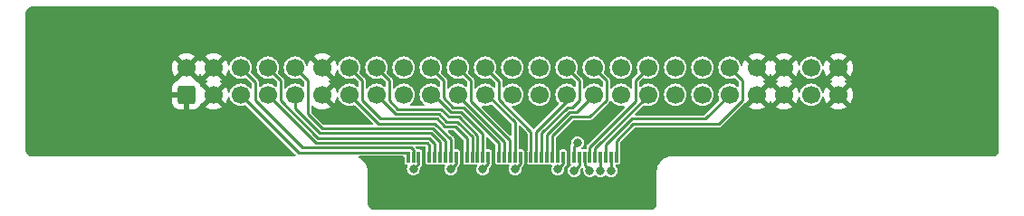
<source format=gbr>
%TF.GenerationSoftware,KiCad,Pcbnew,7.0.7*%
%TF.CreationDate,2023-09-18T17:27:43-04:00*%
%TF.ProjectId,N64 Cart FFC WRONG WAY,4e363420-4361-4727-9420-464643205752,rev?*%
%TF.SameCoordinates,Original*%
%TF.FileFunction,Copper,L1,Top*%
%TF.FilePolarity,Positive*%
%FSLAX46Y46*%
G04 Gerber Fmt 4.6, Leading zero omitted, Abs format (unit mm)*
G04 Created by KiCad (PCBNEW 7.0.7) date 2023-09-18 17:27:43*
%MOMM*%
%LPD*%
G01*
G04 APERTURE LIST*
G04 Aperture macros list*
%AMRoundRect*
0 Rectangle with rounded corners*
0 $1 Rounding radius*
0 $2 $3 $4 $5 $6 $7 $8 $9 X,Y pos of 4 corners*
0 Add a 4 corners polygon primitive as box body*
4,1,4,$2,$3,$4,$5,$6,$7,$8,$9,$2,$3,0*
0 Add four circle primitives for the rounded corners*
1,1,$1+$1,$2,$3*
1,1,$1+$1,$4,$5*
1,1,$1+$1,$6,$7*
1,1,$1+$1,$8,$9*
0 Add four rect primitives between the rounded corners*
20,1,$1+$1,$2,$3,$4,$5,0*
20,1,$1+$1,$4,$5,$6,$7,0*
20,1,$1+$1,$6,$7,$8,$9,0*
20,1,$1+$1,$8,$9,$2,$3,0*%
G04 Aperture macros list end*
%TA.AperFunction,SMDPad,CuDef*%
%ADD10R,0.300000X1.000000*%
%TD*%
%TA.AperFunction,SMDPad,CuDef*%
%ADD11R,2.000000X1.300000*%
%TD*%
%TA.AperFunction,ComponentPad*%
%ADD12RoundRect,0.250000X0.600000X-0.600000X0.600000X0.600000X-0.600000X0.600000X-0.600000X-0.600000X0*%
%TD*%
%TA.AperFunction,ComponentPad*%
%ADD13C,1.700000*%
%TD*%
%TA.AperFunction,ViaPad*%
%ADD14C,0.800000*%
%TD*%
%TA.AperFunction,Conductor*%
%ADD15C,0.250000*%
%TD*%
G04 APERTURE END LIST*
D10*
%TO.P,J2,1,Pin_1*%
%TO.N,RCP-58*%
X150250000Y-98575000D03*
%TO.P,J2,2,Pin_2*%
%TO.N,RCP-57*%
X150750000Y-98575000D03*
%TO.P,J2,3,Pin_3*%
%TO.N,3v3*%
X151250000Y-98575000D03*
%TO.P,J2,4,Pin_4*%
%TO.N,GND*%
X151750000Y-98575000D03*
%TO.P,J2,5,Pin_5*%
%TO.N,RCP-54*%
X152250000Y-98575000D03*
%TO.P,J2,6,Pin_6*%
%TO.N,RCP-53*%
X152750000Y-98575000D03*
%TO.P,J2,7,Pin_7*%
%TO.N,RCP-52*%
X153250000Y-98575000D03*
%TO.P,J2,8,Pin_8*%
%TO.N,RCP-51*%
X153750000Y-98575000D03*
%TO.P,J2,9,Pin_9*%
%TO.N,RCP-50*%
X154250000Y-98575000D03*
%TO.P,J2,10,Pin_10*%
%TO.N,3v3*%
X154750000Y-98575000D03*
%TO.P,J2,11,Pin_11*%
%TO.N,GND*%
X155250000Y-98575000D03*
%TO.P,J2,12,Pin_12*%
%TO.N,RCP-47*%
X155750000Y-98575000D03*
%TO.P,J2,13,Pin_13*%
%TO.N,RCP-46*%
X156250000Y-98575000D03*
%TO.P,J2,14,Pin_14*%
%TO.N,RCP-45*%
X156750000Y-98575000D03*
%TO.P,J2,15,Pin_15*%
%TO.N,RCP-44*%
X157250000Y-98575000D03*
%TO.P,J2,16,Pin_16*%
%TO.N,3v3*%
X157750000Y-98575000D03*
%TO.P,J2,17,Pin_17*%
%TO.N,GND*%
X158250000Y-98575000D03*
%TO.P,J2,18,Pin_18*%
%TO.N,RCP-41*%
X158750000Y-98575000D03*
%TO.P,J2,19,Pin_19*%
%TO.N,RCP-40*%
X159250000Y-98575000D03*
%TO.P,J2,20,Pin_20*%
%TO.N,RCP-39*%
X159750000Y-98575000D03*
%TO.P,J2,21,Pin_21*%
%TO.N,RCP-38*%
X160250000Y-98575000D03*
%TO.P,J2,22,Pin_22*%
%TO.N,3v3*%
X160750000Y-98575000D03*
%TO.P,J2,23,Pin_23*%
%TO.N,GND*%
X161250000Y-98575000D03*
%TO.P,J2,24,Pin_24*%
%TO.N,RCP-35*%
X161750000Y-98575000D03*
%TO.P,J2,25,Pin_25*%
%TO.N,RCP-34*%
X162250000Y-98575000D03*
%TO.P,J2,26,Pin_26*%
%TO.N,RCP-33*%
X162750000Y-98575000D03*
%TO.P,J2,27,Pin_27*%
%TO.N,RCP-32*%
X163250000Y-98575000D03*
%TO.P,J2,28,Pin_28*%
%TO.N,RCP-31*%
X163750000Y-98575000D03*
%TO.P,J2,29,Pin_29*%
%TO.N,GND*%
X164250000Y-98575000D03*
%TO.P,J2,30,Pin_30*%
%TO.N,3v3*%
X164750000Y-98575000D03*
%TO.P,J2,31,Pin_31*%
%TO.N,GND*%
X165250000Y-98575000D03*
%TO.P,J2,32,Pin_32*%
%TO.N,3v3*%
X165750000Y-98575000D03*
%TO.P,J2,33,Pin_33*%
%TO.N,RCP-26*%
X166250000Y-98575000D03*
%TO.P,J2,34,Pin_34*%
%TO.N,PIF-1*%
X166750000Y-98575000D03*
%TO.P,J2,35,Pin_35*%
%TO.N,PIF-3*%
X167250000Y-98575000D03*
%TO.P,J2,36,Pin_36*%
%TO.N,PIF-5*%
X167750000Y-98575000D03*
%TO.P,J2,37,Pin_37*%
%TO.N,PIF-7*%
X168250000Y-98575000D03*
%TO.P,J2,38,Pin_38*%
%TO.N,PIF-23*%
X168750000Y-98575000D03*
%TO.P,J2,39,Pin_39*%
%TO.N,CPU-57*%
X169250000Y-98575000D03*
%TO.P,J2,40,Pin_40*%
%TO.N,SYNC*%
X169750000Y-98575000D03*
D11*
%TO.P,J2,MP*%
%TO.N,GND*%
X147950000Y-101275000D03*
X172050000Y-101275000D03*
%TD*%
D12*
%TO.P,J1,1,Pin_1*%
%TO.N,GND*%
X129520000Y-92752500D03*
D13*
%TO.P,J1,2,Pin_2*%
X129520000Y-90212500D03*
%TO.P,J1,3,Pin_3*%
X132060000Y-92752500D03*
%TO.P,J1,4,Pin_4*%
X132060000Y-90212500D03*
%TO.P,J1,5,Pin_5*%
%TO.N,RCP-58*%
X134600000Y-92752500D03*
%TO.P,J1,6,Pin_6*%
%TO.N,RCP-57*%
X134600000Y-90212500D03*
%TO.P,J1,7,Pin_7*%
%TO.N,RCP-54*%
X137140000Y-92752500D03*
%TO.P,J1,8,Pin_8*%
%TO.N,RCP-53*%
X137140000Y-90212500D03*
%TO.P,J1,9,Pin_9*%
%TO.N,RCP-52*%
X139680000Y-92752500D03*
%TO.P,J1,10,Pin_10*%
%TO.N,RCP-51*%
X139680000Y-90212500D03*
%TO.P,J1,11,Pin_11*%
%TO.N,GND*%
X142220000Y-92752500D03*
%TO.P,J1,12,Pin_12*%
X142220000Y-90212500D03*
%TO.P,J1,13,Pin_13*%
%TO.N,RCP-50*%
X144760000Y-92752500D03*
%TO.P,J1,14,Pin_14*%
%TO.N,RCP-47*%
X144760000Y-90212500D03*
%TO.P,J1,15,Pin_15*%
%TO.N,RCP-46*%
X147300000Y-92752500D03*
%TO.P,J1,16,Pin_16*%
%TO.N,RCP-45*%
X147300000Y-90212500D03*
%TO.P,J1,17,Pin_17*%
%TO.N,3v3*%
X149840000Y-92752500D03*
%TO.P,J1,18,Pin_18*%
X149840000Y-90212500D03*
%TO.P,J1,19,Pin_19*%
%TO.N,RCP-44*%
X152380000Y-92752500D03*
%TO.P,J1,20,Pin_20*%
%TO.N,RCP-41*%
X152380000Y-90212500D03*
%TO.P,J1,21,Pin_21*%
%TO.N,RCP-40*%
X154920000Y-92752500D03*
%TO.P,J1,22,Pin_22*%
%TO.N,RCP-39*%
X154920000Y-90212500D03*
%TO.P,J1,23,Pin_23*%
%TO.N,RCP-38*%
X157460000Y-92752500D03*
%TO.P,J1,24,Pin_24*%
%TO.N,RCP-35*%
X157460000Y-90212500D03*
%TO.P,J1,25,Pin_25*%
%TO.N,unconnected-(J1-Pin_25-Pad25)*%
X160000000Y-92752500D03*
%TO.P,J1,26,Pin_26*%
%TO.N,unconnected-(J1-Pin_26-Pad26)*%
X160000000Y-90212500D03*
%TO.P,J1,27,Pin_27*%
%TO.N,unconnected-(J1-Pin_27-Pad27)*%
X162540000Y-92752500D03*
%TO.P,J1,28,Pin_28*%
%TO.N,unconnected-(J1-Pin_28-Pad28)*%
X162540000Y-90212500D03*
%TO.P,J1,29,Pin_29*%
%TO.N,RCP-34*%
X165080000Y-92752500D03*
%TO.P,J1,30,Pin_30*%
%TO.N,RCP-33*%
X165080000Y-90212500D03*
%TO.P,J1,31,Pin_31*%
%TO.N,RCP-32*%
X167620000Y-92752500D03*
%TO.P,J1,32,Pin_32*%
%TO.N,RCP-31*%
X167620000Y-90212500D03*
%TO.P,J1,33,Pin_33*%
%TO.N,3v3*%
X170160000Y-92752500D03*
%TO.P,J1,34,Pin_34*%
X170160000Y-90212500D03*
%TO.P,J1,35,Pin_35*%
%TO.N,PIF-5*%
X172700000Y-92752500D03*
%TO.P,J1,36,Pin_36*%
%TO.N,PIF-3*%
X172700000Y-90212500D03*
%TO.P,J1,37,Pin_37*%
%TO.N,PIF-1*%
X175240000Y-92752500D03*
%TO.P,J1,38,Pin_38*%
%TO.N,CPU-57*%
X175240000Y-90212500D03*
%TO.P,J1,39,Pin_39*%
%TO.N,RCP-26*%
X177780000Y-92752500D03*
%TO.P,J1,40,Pin_40*%
%TO.N,PIF-7*%
X177780000Y-90212500D03*
%TO.P,J1,41,Pin_41*%
%TO.N,PIF-23*%
X180320000Y-92752500D03*
%TO.P,J1,42,Pin_42*%
%TO.N,SYNC*%
X180320000Y-90212500D03*
%TO.P,J1,43,Pin_43*%
%TO.N,GND*%
X182860000Y-92752500D03*
%TO.P,J1,44,Pin_44*%
X182860000Y-90212500D03*
%TO.P,J1,45,Pin_45*%
X185400000Y-92752500D03*
%TO.P,J1,46,Pin_46*%
X185400000Y-90212500D03*
%TO.P,J1,47,Pin_47*%
%TO.N,unconnected-(J1-Pin_47-Pad47)*%
X187940000Y-92752500D03*
%TO.P,J1,48,Pin_48*%
%TO.N,unconnected-(J1-Pin_48-Pad48)*%
X187940000Y-90212500D03*
%TO.P,J1,49,Pin_49*%
%TO.N,GND*%
X190480000Y-92752500D03*
%TO.P,J1,50,Pin_50*%
X190480000Y-90212500D03*
%TD*%
D14*
%TO.N,GND*%
X164650000Y-97250000D03*
X171100000Y-97250000D03*
X156466666Y-100800000D03*
X154358333Y-100800000D03*
X158750000Y-94950000D03*
X161000000Y-97000000D03*
X160683332Y-100800000D03*
X158574999Y-100800000D03*
X164900000Y-100800000D03*
X155000000Y-97150000D03*
X145150000Y-94850000D03*
X161950000Y-94400000D03*
X162791665Y-100800000D03*
X143150000Y-94850000D03*
X152250000Y-100800000D03*
%TO.N,3v3*%
X166100000Y-97250000D03*
X160250000Y-99700000D03*
X157250000Y-99700000D03*
X150750000Y-99700000D03*
X164250000Y-99700000D03*
X154250000Y-99700000D03*
%TO.N,PIF-1*%
X167250000Y-99850000D03*
%TO.N,CPU-57*%
X169250000Y-99850000D03*
%TO.N,RCP-26*%
X165800000Y-99850000D03*
%TO.N,PIF-7*%
X168250000Y-99850000D03*
%TD*%
D15*
%TO.N,RCP-58*%
X139997500Y-98150000D02*
X150250000Y-98150000D01*
X150250000Y-98150000D02*
X150250000Y-98575000D01*
X134600000Y-92752500D02*
X139997500Y-98150000D01*
%TO.N,RCP-57*%
X134600000Y-90212500D02*
X135965000Y-91577500D01*
X140400000Y-97700000D02*
X150500000Y-97700000D01*
X135965000Y-93265000D02*
X140400000Y-97700000D01*
X150750000Y-97950000D02*
X150750000Y-98575000D01*
X150500000Y-97700000D02*
X150750000Y-97950000D01*
X135965000Y-91577500D02*
X135965000Y-93265000D01*
%TO.N,RCP-54*%
X137140000Y-92752500D02*
X141637500Y-97250000D01*
X152028235Y-97250000D02*
X152250000Y-97471765D01*
X141637500Y-97250000D02*
X152028235Y-97250000D01*
X152250000Y-97471765D02*
X152250000Y-98575000D01*
%TO.N,RCP-53*%
X152750000Y-97335369D02*
X152750000Y-98575000D01*
X138315000Y-91387500D02*
X138315000Y-93291104D01*
X137140000Y-90212500D02*
X138315000Y-91387500D01*
X141823896Y-96800000D02*
X152214631Y-96800000D01*
X138315000Y-93291104D02*
X141823896Y-96800000D01*
X152214631Y-96800000D02*
X152750000Y-97335369D01*
%TO.N,RCP-52*%
X152401027Y-96350000D02*
X153250000Y-97198973D01*
X139680000Y-92752500D02*
X139680000Y-94019708D01*
X153250000Y-97198973D02*
X153250000Y-98575000D01*
X139680000Y-94019708D02*
X142010292Y-96350000D01*
X142010292Y-96350000D02*
X152401027Y-96350000D01*
%TO.N,RCP-51*%
X139680000Y-90212500D02*
X140855000Y-91387500D01*
X140855000Y-94558312D02*
X142196688Y-95900000D01*
X153750000Y-97062577D02*
X153750000Y-98575000D01*
X142196688Y-95900000D02*
X152587423Y-95900000D01*
X140855000Y-91387500D02*
X140855000Y-94558312D01*
X152587423Y-95900000D02*
X153750000Y-97062577D01*
%TO.N,RCP-50*%
X152773819Y-95450000D02*
X154250000Y-96926181D01*
X147457500Y-95450000D02*
X152773819Y-95450000D01*
X154250000Y-96926181D02*
X154250000Y-98575000D01*
X144760000Y-92752500D02*
X147457500Y-95450000D01*
%TO.N,RCP-47*%
X152960215Y-95000000D02*
X153687715Y-95727500D01*
X145935000Y-91387500D02*
X145935000Y-93291104D01*
X153687715Y-95727500D02*
X154659124Y-95727500D01*
X147643896Y-95000000D02*
X152960215Y-95000000D01*
X145935000Y-93291104D02*
X147643896Y-95000000D01*
X144760000Y-90212500D02*
X145935000Y-91387500D01*
X155750000Y-96818376D02*
X155750000Y-98575000D01*
X154659124Y-95727500D02*
X155750000Y-96818376D01*
%TO.N,RCP-46*%
X147300000Y-92752500D02*
X149097500Y-94550000D01*
X153874111Y-95277500D02*
X154845520Y-95277500D01*
X153146611Y-94550000D02*
X153874111Y-95277500D01*
X156250000Y-96681980D02*
X156250000Y-98575000D01*
X154845520Y-95277500D02*
X156250000Y-96681980D01*
X149097500Y-94550000D02*
X153146611Y-94550000D01*
%TO.N,RCP-45*%
X148475000Y-93291104D02*
X149283896Y-94100000D01*
X147300000Y-90212500D02*
X148475000Y-91387500D01*
X153333007Y-94100000D02*
X154060507Y-94827500D01*
X155031916Y-94827500D02*
X156750000Y-96545584D01*
X148475000Y-91387500D02*
X148475000Y-93291104D01*
X149283896Y-94100000D02*
X153333007Y-94100000D01*
X156750000Y-96545584D02*
X156750000Y-98575000D01*
X154060507Y-94827500D02*
X155031916Y-94827500D01*
%TO.N,3v3*%
X165750000Y-98575000D02*
X165750000Y-97600000D01*
X157750000Y-99200000D02*
X157750000Y-98575000D01*
X160250000Y-99700000D02*
X160750000Y-99200000D01*
X151250000Y-99200000D02*
X151250000Y-98575000D01*
X165750000Y-97600000D02*
X166100000Y-97250000D01*
X154750000Y-99200000D02*
X154750000Y-98575000D01*
X164750000Y-99200000D02*
X164750000Y-98575000D01*
X157250000Y-99700000D02*
X157750000Y-99200000D01*
X150750000Y-99700000D02*
X151250000Y-99200000D01*
X160750000Y-99200000D02*
X160750000Y-98575000D01*
X154250000Y-99700000D02*
X154750000Y-99200000D01*
X164250000Y-99700000D02*
X164750000Y-99200000D01*
%TO.N,RCP-44*%
X152380000Y-92752500D02*
X152621903Y-92752500D01*
X157250000Y-96409188D02*
X157250000Y-98575000D01*
X155218312Y-94377500D02*
X157250000Y-96409188D01*
X152621903Y-92752500D02*
X154246903Y-94377500D01*
X154246903Y-94377500D02*
X155218312Y-94377500D01*
%TO.N,RCP-41*%
X153555000Y-93049201D02*
X154433299Y-93927500D01*
X152380000Y-90212500D02*
X153555000Y-91387500D01*
X153555000Y-91387500D02*
X153555000Y-93049201D01*
X158750000Y-97272792D02*
X158750000Y-98575000D01*
X155404708Y-93927500D02*
X158750000Y-97272792D01*
X154433299Y-93927500D02*
X155404708Y-93927500D01*
%TO.N,RCP-40*%
X154920000Y-92752500D02*
X154920000Y-92806396D01*
X159250000Y-97136396D02*
X159250000Y-98575000D01*
X154920000Y-92806396D02*
X159250000Y-97136396D01*
%TO.N,RCP-39*%
X156095000Y-93345000D02*
X159750000Y-97000000D01*
X159750000Y-97000000D02*
X159750000Y-98575000D01*
X154920000Y-90212500D02*
X156095000Y-91387500D01*
X156095000Y-91387500D02*
X156095000Y-93345000D01*
%TO.N,RCP-38*%
X157460000Y-92752500D02*
X157666104Y-92752500D01*
X157666104Y-92752500D02*
X160250000Y-95336396D01*
X160250000Y-95336396D02*
X160250000Y-98575000D01*
%TO.N,RCP-35*%
X161750000Y-96200000D02*
X161750000Y-98575000D01*
X157460000Y-90212500D02*
X158750000Y-91502500D01*
X158750000Y-93200000D02*
X161750000Y-96200000D01*
X158750000Y-91502500D02*
X158750000Y-93200000D01*
%TO.N,RCP-34*%
X165080000Y-93370000D02*
X162250000Y-96200000D01*
X165080000Y-92752500D02*
X165080000Y-93370000D01*
X162250000Y-96200000D02*
X162250000Y-98575000D01*
%TO.N,RCP-33*%
X162750000Y-96336396D02*
X162750000Y-98575000D01*
X166255000Y-93239201D02*
X165566701Y-93927500D01*
X165158896Y-93927500D02*
X162750000Y-96336396D01*
X165080000Y-90212500D02*
X166255000Y-91387500D01*
X166255000Y-91387500D02*
X166255000Y-93239201D01*
X165566701Y-93927500D02*
X165158896Y-93927500D01*
%TO.N,RCP-32*%
X165995000Y-94377500D02*
X165345292Y-94377500D01*
X167620000Y-92752500D02*
X165995000Y-94377500D01*
X165345292Y-94377500D02*
X163250000Y-96472792D01*
X163250000Y-96472792D02*
X163250000Y-98575000D01*
%TO.N,RCP-31*%
X163750000Y-96609188D02*
X163750000Y-98575000D01*
X168795000Y-93239201D02*
X167206701Y-94827500D01*
X167206701Y-94827500D02*
X165531688Y-94827500D01*
X167620000Y-90212500D02*
X168795000Y-91387500D01*
X165531688Y-94827500D02*
X163750000Y-96609188D01*
X168795000Y-91387500D02*
X168795000Y-93239201D01*
%TO.N,PIF-5*%
X172700000Y-92752500D02*
X172700000Y-92825000D01*
X167750000Y-97775000D02*
X167750000Y-98575000D01*
X172700000Y-92825000D02*
X167750000Y-97775000D01*
%TO.N,PIF-3*%
X167250000Y-97638604D02*
X167250000Y-98575000D01*
X171525000Y-93363604D02*
X167250000Y-97638604D01*
X171525000Y-91387500D02*
X171525000Y-93363604D01*
X172700000Y-90212500D02*
X171525000Y-91387500D01*
%TO.N,PIF-1*%
X167250000Y-99825000D02*
X167250000Y-99850000D01*
X166750000Y-98575000D02*
X166750000Y-99325000D01*
X166750000Y-99325000D02*
X167250000Y-99825000D01*
%TO.N,CPU-57*%
X169250000Y-98575000D02*
X169250000Y-99850000D01*
%TO.N,RCP-26*%
X166250000Y-98575000D02*
X166250000Y-99400000D01*
X165775000Y-99850000D02*
X165550000Y-99850000D01*
X166250000Y-99400000D02*
X165800000Y-99850000D01*
%TO.N,PIF-7*%
X168250000Y-98575000D02*
X168250000Y-99850000D01*
%TO.N,PIF-23*%
X168750000Y-97411396D02*
X168750000Y-98575000D01*
X178072500Y-95000000D02*
X171161396Y-95000000D01*
X180320000Y-92752500D02*
X178072500Y-95000000D01*
X171161396Y-95000000D02*
X168750000Y-97411396D01*
%TO.N,SYNC*%
X169750000Y-97047792D02*
X169750000Y-98575000D01*
X179300000Y-95500000D02*
X171297792Y-95500000D01*
X171297792Y-95500000D02*
X169750000Y-97047792D01*
X181495000Y-93305000D02*
X179300000Y-95500000D01*
X180320000Y-90212500D02*
X181495000Y-91387500D01*
X181495000Y-91387500D02*
X181495000Y-93305000D01*
%TD*%
%TA.AperFunction,Conductor*%
%TO.N,GND*%
G36*
X205002752Y-84500810D02*
G01*
X205100073Y-84511775D01*
X205121669Y-84516705D01*
X205206202Y-84546283D01*
X205226168Y-84555899D01*
X205264078Y-84579720D01*
X205301987Y-84603540D01*
X205319319Y-84617361D01*
X205382638Y-84680680D01*
X205396459Y-84698012D01*
X205444098Y-84773828D01*
X205453718Y-84793803D01*
X205483293Y-84878326D01*
X205488225Y-84899938D01*
X205499188Y-84997230D01*
X205499500Y-85002777D01*
X205499500Y-97997222D01*
X205499188Y-98002769D01*
X205488225Y-98100061D01*
X205483293Y-98121673D01*
X205453718Y-98206196D01*
X205444098Y-98226171D01*
X205396459Y-98301987D01*
X205382638Y-98319319D01*
X205319319Y-98382638D01*
X205301987Y-98396459D01*
X205226171Y-98444098D01*
X205206196Y-98453718D01*
X205121673Y-98483293D01*
X205100061Y-98488225D01*
X205002769Y-98499188D01*
X204997222Y-98499500D01*
X174892677Y-98499500D01*
X174680235Y-98530045D01*
X174680233Y-98530045D01*
X174474294Y-98590514D01*
X174279048Y-98679680D01*
X174279040Y-98679684D01*
X174098494Y-98795713D01*
X174098482Y-98795722D01*
X173936285Y-98936267D01*
X173936267Y-98936285D01*
X173795722Y-99098482D01*
X173795713Y-99098494D01*
X173679684Y-99279040D01*
X173679680Y-99279048D01*
X173590514Y-99474294D01*
X173530045Y-99680233D01*
X173530045Y-99680235D01*
X173499500Y-99892676D01*
X173499500Y-102997222D01*
X173499188Y-103002769D01*
X173488225Y-103100061D01*
X173483293Y-103121673D01*
X173453718Y-103206196D01*
X173444098Y-103226171D01*
X173396459Y-103301987D01*
X173382638Y-103319319D01*
X173319319Y-103382638D01*
X173301987Y-103396459D01*
X173226171Y-103444098D01*
X173206196Y-103453718D01*
X173121673Y-103483293D01*
X173100061Y-103488225D01*
X173002769Y-103499188D01*
X172997222Y-103499500D01*
X147002778Y-103499500D01*
X146997231Y-103499188D01*
X146899938Y-103488225D01*
X146878326Y-103483293D01*
X146793803Y-103453718D01*
X146773828Y-103444098D01*
X146698012Y-103396459D01*
X146680680Y-103382638D01*
X146617361Y-103319319D01*
X146603540Y-103301987D01*
X146555901Y-103226171D01*
X146546283Y-103206202D01*
X146516705Y-103121669D01*
X146511775Y-103100073D01*
X146500810Y-103002752D01*
X146500500Y-102997222D01*
X146500500Y-99892676D01*
X146474205Y-99709799D01*
X146469954Y-99680231D01*
X146409484Y-99474290D01*
X146320321Y-99279050D01*
X146318039Y-99275499D01*
X146204286Y-99098494D01*
X146204277Y-99098482D01*
X146063732Y-98936285D01*
X146063730Y-98936283D01*
X146063724Y-98936276D01*
X146063714Y-98936267D01*
X145901517Y-98795722D01*
X145901505Y-98795713D01*
X145720959Y-98679684D01*
X145720953Y-98679681D01*
X145720950Y-98679679D01*
X145687829Y-98664553D01*
X145642752Y-98623182D01*
X145630601Y-98563215D01*
X145656018Y-98507559D01*
X145709295Y-98477472D01*
X145728956Y-98475500D01*
X149800500Y-98475500D01*
X149858691Y-98494407D01*
X149894655Y-98543907D01*
X149899500Y-98574500D01*
X149899500Y-99094746D01*
X149899501Y-99094758D01*
X149911132Y-99153227D01*
X149911134Y-99153233D01*
X149917990Y-99163493D01*
X149955448Y-99219552D01*
X150021769Y-99263867D01*
X150064074Y-99272282D01*
X150080241Y-99275498D01*
X150080246Y-99275498D01*
X150080252Y-99275500D01*
X150127693Y-99275500D01*
X150185884Y-99294407D01*
X150221848Y-99343907D01*
X150221848Y-99405093D01*
X150219158Y-99412380D01*
X150206997Y-99441742D01*
X150164957Y-99543236D01*
X150164955Y-99543241D01*
X150144318Y-99699999D01*
X150144318Y-99700000D01*
X150164955Y-99856758D01*
X150164957Y-99856766D01*
X150225462Y-100002838D01*
X150225462Y-100002839D01*
X150321713Y-100128276D01*
X150321718Y-100128282D01*
X150447159Y-100224536D01*
X150447160Y-100224536D01*
X150447161Y-100224537D01*
X150576913Y-100278282D01*
X150593238Y-100285044D01*
X150710809Y-100300522D01*
X150749999Y-100305682D01*
X150750000Y-100305682D01*
X150750001Y-100305682D01*
X150781352Y-100301554D01*
X150906762Y-100285044D01*
X151052841Y-100224536D01*
X151178282Y-100128282D01*
X151274536Y-100002841D01*
X151335044Y-99856762D01*
X151355682Y-99700000D01*
X151345143Y-99619956D01*
X151356292Y-99559799D01*
X151373289Y-99537035D01*
X151468583Y-99441742D01*
X151471760Y-99438829D01*
X151503194Y-99412455D01*
X151523714Y-99376911D01*
X151526012Y-99373303D01*
X151549554Y-99339684D01*
X151549941Y-99338236D01*
X151559838Y-99314345D01*
X151560588Y-99313045D01*
X151563874Y-99294407D01*
X151567710Y-99272650D01*
X151568640Y-99268452D01*
X151579264Y-99228807D01*
X151577563Y-99209371D01*
X151588153Y-99163493D01*
X151585134Y-99162243D01*
X151588863Y-99153235D01*
X151588867Y-99153231D01*
X151600500Y-99094748D01*
X151600500Y-98055252D01*
X151588867Y-97996769D01*
X151544552Y-97930448D01*
X151544548Y-97930445D01*
X151478233Y-97886134D01*
X151478231Y-97886133D01*
X151478228Y-97886132D01*
X151478227Y-97886132D01*
X151419758Y-97874501D01*
X151419748Y-97874500D01*
X151142553Y-97874500D01*
X151084362Y-97855593D01*
X151052830Y-97817342D01*
X151049554Y-97810317D01*
X151026027Y-97776717D01*
X151023705Y-97773072D01*
X150998862Y-97730042D01*
X151000125Y-97729312D01*
X150980769Y-97681411D01*
X150995569Y-97622042D01*
X151042438Y-97582711D01*
X151079528Y-97575500D01*
X151825500Y-97575500D01*
X151883691Y-97594407D01*
X151919655Y-97643907D01*
X151924500Y-97674500D01*
X151924500Y-97946732D01*
X151912369Y-97986723D01*
X151914866Y-97987757D01*
X151911132Y-97996772D01*
X151899501Y-98055241D01*
X151899500Y-98055253D01*
X151899500Y-99094746D01*
X151899501Y-99094758D01*
X151911132Y-99153227D01*
X151911134Y-99153233D01*
X151917990Y-99163493D01*
X151955448Y-99219552D01*
X152021769Y-99263867D01*
X152064074Y-99272282D01*
X152080241Y-99275498D01*
X152080246Y-99275498D01*
X152080252Y-99275500D01*
X152080253Y-99275500D01*
X152419747Y-99275500D01*
X152419748Y-99275500D01*
X152455261Y-99268436D01*
X152480685Y-99263379D01*
X152519315Y-99263379D01*
X152580241Y-99275498D01*
X152580246Y-99275498D01*
X152580252Y-99275500D01*
X152580253Y-99275500D01*
X152919747Y-99275500D01*
X152919748Y-99275500D01*
X152955261Y-99268436D01*
X152980685Y-99263379D01*
X153019315Y-99263379D01*
X153080241Y-99275498D01*
X153080246Y-99275498D01*
X153080252Y-99275500D01*
X153080253Y-99275500D01*
X153419747Y-99275500D01*
X153419748Y-99275500D01*
X153455261Y-99268436D01*
X153480685Y-99263379D01*
X153519315Y-99263379D01*
X153580241Y-99275498D01*
X153580246Y-99275498D01*
X153580252Y-99275500D01*
X153627693Y-99275500D01*
X153685884Y-99294407D01*
X153721848Y-99343907D01*
X153721848Y-99405093D01*
X153719158Y-99412380D01*
X153706997Y-99441742D01*
X153664957Y-99543236D01*
X153664955Y-99543241D01*
X153644318Y-99699999D01*
X153644318Y-99700000D01*
X153664955Y-99856758D01*
X153664957Y-99856766D01*
X153725462Y-100002838D01*
X153725462Y-100002839D01*
X153821713Y-100128276D01*
X153821718Y-100128282D01*
X153947159Y-100224536D01*
X153947160Y-100224536D01*
X153947161Y-100224537D01*
X154076913Y-100278282D01*
X154093238Y-100285044D01*
X154210809Y-100300522D01*
X154249999Y-100305682D01*
X154250000Y-100305682D01*
X154250001Y-100305682D01*
X154281352Y-100301554D01*
X154406762Y-100285044D01*
X154552841Y-100224536D01*
X154678282Y-100128282D01*
X154774536Y-100002841D01*
X154835044Y-99856762D01*
X154855682Y-99700000D01*
X154845143Y-99619956D01*
X154856292Y-99559799D01*
X154873289Y-99537035D01*
X154968583Y-99441742D01*
X154971760Y-99438829D01*
X155003194Y-99412455D01*
X155023714Y-99376911D01*
X155026012Y-99373303D01*
X155049554Y-99339684D01*
X155049941Y-99338236D01*
X155059838Y-99314345D01*
X155060588Y-99313045D01*
X155063874Y-99294407D01*
X155067710Y-99272650D01*
X155068640Y-99268452D01*
X155079264Y-99228807D01*
X155077563Y-99209371D01*
X155088153Y-99163493D01*
X155085134Y-99162243D01*
X155088863Y-99153235D01*
X155088867Y-99153231D01*
X155100500Y-99094748D01*
X155100500Y-98055252D01*
X155088867Y-97996769D01*
X155044552Y-97930448D01*
X155044548Y-97930445D01*
X154978233Y-97886134D01*
X154978231Y-97886133D01*
X154978228Y-97886132D01*
X154978227Y-97886132D01*
X154919758Y-97874501D01*
X154919748Y-97874500D01*
X154674500Y-97874500D01*
X154616309Y-97855593D01*
X154580345Y-97806093D01*
X154575500Y-97775500D01*
X154575500Y-96942545D01*
X154575687Y-96938248D01*
X154579263Y-96897374D01*
X154568638Y-96857725D01*
X154567713Y-96853546D01*
X154560588Y-96813136D01*
X154560588Y-96813135D01*
X154559840Y-96811840D01*
X154549942Y-96787948D01*
X154549554Y-96786497D01*
X154526022Y-96752890D01*
X154523707Y-96749255D01*
X154503940Y-96715018D01*
X154503194Y-96713726D01*
X154471771Y-96687359D01*
X154468594Y-96684447D01*
X154006150Y-96222004D01*
X153978373Y-96167487D01*
X153987944Y-96107055D01*
X154031209Y-96063790D01*
X154076154Y-96053000D01*
X154483290Y-96053000D01*
X154541481Y-96071907D01*
X154553294Y-96081996D01*
X155395504Y-96924206D01*
X155423281Y-96978723D01*
X155424500Y-96994210D01*
X155424500Y-97946732D01*
X155412369Y-97986723D01*
X155414866Y-97987757D01*
X155411132Y-97996772D01*
X155399501Y-98055241D01*
X155399500Y-98055253D01*
X155399500Y-99094746D01*
X155399501Y-99094758D01*
X155411132Y-99153227D01*
X155411134Y-99153233D01*
X155417990Y-99163493D01*
X155455448Y-99219552D01*
X155521769Y-99263867D01*
X155564074Y-99272282D01*
X155580241Y-99275498D01*
X155580246Y-99275498D01*
X155580252Y-99275500D01*
X155580253Y-99275500D01*
X155919747Y-99275500D01*
X155919748Y-99275500D01*
X155978231Y-99263867D01*
X155978231Y-99263866D01*
X155980684Y-99263379D01*
X156019314Y-99263378D01*
X156021767Y-99263866D01*
X156021769Y-99263867D01*
X156080252Y-99275500D01*
X156080253Y-99275500D01*
X156419747Y-99275500D01*
X156419748Y-99275500D01*
X156455261Y-99268436D01*
X156480685Y-99263379D01*
X156519315Y-99263379D01*
X156580241Y-99275498D01*
X156580246Y-99275498D01*
X156580252Y-99275500D01*
X156627693Y-99275500D01*
X156685884Y-99294407D01*
X156721848Y-99343907D01*
X156721848Y-99405093D01*
X156719158Y-99412380D01*
X156706997Y-99441742D01*
X156664957Y-99543236D01*
X156664955Y-99543241D01*
X156644318Y-99699999D01*
X156644318Y-99700000D01*
X156664955Y-99856758D01*
X156664957Y-99856766D01*
X156725462Y-100002838D01*
X156725462Y-100002839D01*
X156821713Y-100128276D01*
X156821718Y-100128282D01*
X156947159Y-100224536D01*
X156947160Y-100224536D01*
X156947161Y-100224537D01*
X157076913Y-100278282D01*
X157093238Y-100285044D01*
X157210809Y-100300522D01*
X157249999Y-100305682D01*
X157250000Y-100305682D01*
X157250001Y-100305682D01*
X157281352Y-100301554D01*
X157406762Y-100285044D01*
X157552841Y-100224536D01*
X157678282Y-100128282D01*
X157774536Y-100002841D01*
X157835044Y-99856762D01*
X157855682Y-99700000D01*
X157845143Y-99619956D01*
X157856292Y-99559799D01*
X157873289Y-99537035D01*
X157968583Y-99441742D01*
X157971760Y-99438829D01*
X158003194Y-99412455D01*
X158023714Y-99376911D01*
X158026012Y-99373303D01*
X158049554Y-99339684D01*
X158049941Y-99338236D01*
X158059838Y-99314345D01*
X158060588Y-99313045D01*
X158063874Y-99294407D01*
X158067710Y-99272650D01*
X158068640Y-99268452D01*
X158079264Y-99228807D01*
X158077563Y-99209371D01*
X158088153Y-99163493D01*
X158085134Y-99162243D01*
X158088863Y-99153235D01*
X158088867Y-99153231D01*
X158100500Y-99094748D01*
X158100500Y-98055252D01*
X158088867Y-97996769D01*
X158044552Y-97930448D01*
X158044548Y-97930445D01*
X157978233Y-97886134D01*
X157978231Y-97886133D01*
X157978228Y-97886132D01*
X157978227Y-97886132D01*
X157919758Y-97874501D01*
X157919748Y-97874500D01*
X157674500Y-97874500D01*
X157616309Y-97855593D01*
X157580345Y-97806093D01*
X157575500Y-97775500D01*
X157575500Y-96797626D01*
X157594407Y-96739435D01*
X157643907Y-96703471D01*
X157705093Y-96703471D01*
X157744504Y-96727622D01*
X158395504Y-97378622D01*
X158423281Y-97433139D01*
X158424500Y-97448626D01*
X158424500Y-97946732D01*
X158412369Y-97986723D01*
X158414866Y-97987757D01*
X158411132Y-97996772D01*
X158399501Y-98055241D01*
X158399500Y-98055253D01*
X158399500Y-99094746D01*
X158399501Y-99094758D01*
X158411132Y-99153227D01*
X158411134Y-99153233D01*
X158417990Y-99163493D01*
X158455448Y-99219552D01*
X158521769Y-99263867D01*
X158564074Y-99272282D01*
X158580241Y-99275498D01*
X158580246Y-99275498D01*
X158580252Y-99275500D01*
X158580253Y-99275500D01*
X158919747Y-99275500D01*
X158919748Y-99275500D01*
X158955261Y-99268436D01*
X158980685Y-99263379D01*
X159019315Y-99263379D01*
X159080241Y-99275498D01*
X159080246Y-99275498D01*
X159080252Y-99275500D01*
X159080253Y-99275500D01*
X159419747Y-99275500D01*
X159419748Y-99275500D01*
X159455261Y-99268436D01*
X159480685Y-99263379D01*
X159519315Y-99263379D01*
X159580241Y-99275498D01*
X159580246Y-99275498D01*
X159580252Y-99275500D01*
X159627693Y-99275500D01*
X159685884Y-99294407D01*
X159721848Y-99343907D01*
X159721848Y-99405093D01*
X159719158Y-99412380D01*
X159706997Y-99441742D01*
X159664957Y-99543236D01*
X159664955Y-99543241D01*
X159644318Y-99699999D01*
X159644318Y-99700000D01*
X159664955Y-99856758D01*
X159664957Y-99856766D01*
X159725462Y-100002838D01*
X159725462Y-100002839D01*
X159821713Y-100128276D01*
X159821718Y-100128282D01*
X159947159Y-100224536D01*
X159947160Y-100224536D01*
X159947161Y-100224537D01*
X160076913Y-100278282D01*
X160093238Y-100285044D01*
X160210809Y-100300522D01*
X160249999Y-100305682D01*
X160250000Y-100305682D01*
X160250001Y-100305682D01*
X160281352Y-100301554D01*
X160406762Y-100285044D01*
X160552841Y-100224536D01*
X160678282Y-100128282D01*
X160774536Y-100002841D01*
X160835044Y-99856762D01*
X160855682Y-99700000D01*
X160845143Y-99619956D01*
X160856292Y-99559799D01*
X160873289Y-99537035D01*
X160968583Y-99441742D01*
X160971760Y-99438829D01*
X161003194Y-99412455D01*
X161023714Y-99376911D01*
X161026012Y-99373303D01*
X161049554Y-99339684D01*
X161049941Y-99338236D01*
X161059838Y-99314345D01*
X161060588Y-99313045D01*
X161063874Y-99294407D01*
X161067710Y-99272650D01*
X161068640Y-99268452D01*
X161079264Y-99228807D01*
X161077563Y-99209371D01*
X161088153Y-99163493D01*
X161085134Y-99162243D01*
X161088863Y-99153235D01*
X161088867Y-99153231D01*
X161100500Y-99094748D01*
X161100500Y-98055252D01*
X161088867Y-97996769D01*
X161044552Y-97930448D01*
X161044548Y-97930445D01*
X160978233Y-97886134D01*
X160978231Y-97886133D01*
X160978228Y-97886132D01*
X160978227Y-97886132D01*
X160919758Y-97874501D01*
X160919748Y-97874500D01*
X160674500Y-97874500D01*
X160616309Y-97855593D01*
X160580345Y-97806093D01*
X160575500Y-97775500D01*
X160575500Y-95724833D01*
X160594407Y-95666642D01*
X160643907Y-95630678D01*
X160705093Y-95630678D01*
X160744501Y-95654827D01*
X161009344Y-95919669D01*
X161395504Y-96305829D01*
X161423281Y-96360346D01*
X161424500Y-96375833D01*
X161424500Y-97946732D01*
X161412369Y-97986723D01*
X161414866Y-97987757D01*
X161411132Y-97996772D01*
X161399501Y-98055241D01*
X161399500Y-98055253D01*
X161399500Y-99094746D01*
X161399501Y-99094758D01*
X161411132Y-99153227D01*
X161411134Y-99153233D01*
X161417990Y-99163493D01*
X161455448Y-99219552D01*
X161521769Y-99263867D01*
X161564074Y-99272282D01*
X161580241Y-99275498D01*
X161580246Y-99275498D01*
X161580252Y-99275500D01*
X161580253Y-99275500D01*
X161919747Y-99275500D01*
X161919748Y-99275500D01*
X161978231Y-99263867D01*
X161978231Y-99263866D01*
X161980684Y-99263379D01*
X162019314Y-99263378D01*
X162021767Y-99263866D01*
X162021769Y-99263867D01*
X162080252Y-99275500D01*
X162080253Y-99275500D01*
X162419747Y-99275500D01*
X162419748Y-99275500D01*
X162455261Y-99268436D01*
X162480685Y-99263379D01*
X162519315Y-99263379D01*
X162580241Y-99275498D01*
X162580246Y-99275498D01*
X162580252Y-99275500D01*
X162580253Y-99275500D01*
X162919747Y-99275500D01*
X162919748Y-99275500D01*
X162955261Y-99268436D01*
X162980685Y-99263379D01*
X163019315Y-99263379D01*
X163080241Y-99275498D01*
X163080246Y-99275498D01*
X163080252Y-99275500D01*
X163080253Y-99275500D01*
X163419747Y-99275500D01*
X163419748Y-99275500D01*
X163455261Y-99268436D01*
X163480685Y-99263379D01*
X163519315Y-99263379D01*
X163580241Y-99275498D01*
X163580246Y-99275498D01*
X163580252Y-99275500D01*
X163627693Y-99275500D01*
X163685884Y-99294407D01*
X163721848Y-99343907D01*
X163721848Y-99405093D01*
X163719158Y-99412380D01*
X163706997Y-99441742D01*
X163664957Y-99543236D01*
X163664955Y-99543241D01*
X163644318Y-99699999D01*
X163644318Y-99700000D01*
X163664955Y-99856758D01*
X163664957Y-99856766D01*
X163725462Y-100002838D01*
X163725462Y-100002839D01*
X163821713Y-100128276D01*
X163821718Y-100128282D01*
X163947159Y-100224536D01*
X163947160Y-100224536D01*
X163947161Y-100224537D01*
X164076913Y-100278282D01*
X164093238Y-100285044D01*
X164210809Y-100300522D01*
X164249999Y-100305682D01*
X164250000Y-100305682D01*
X164250001Y-100305682D01*
X164281352Y-100301554D01*
X164406762Y-100285044D01*
X164552841Y-100224536D01*
X164678282Y-100128282D01*
X164774536Y-100002841D01*
X164835044Y-99856762D01*
X164855682Y-99700000D01*
X164845143Y-99619956D01*
X164856292Y-99559799D01*
X164873289Y-99537035D01*
X164968583Y-99441742D01*
X164971760Y-99438829D01*
X165003194Y-99412455D01*
X165023714Y-99376911D01*
X165026012Y-99373303D01*
X165049554Y-99339684D01*
X165049941Y-99338236D01*
X165059838Y-99314345D01*
X165060588Y-99313045D01*
X165063874Y-99294407D01*
X165067710Y-99272650D01*
X165068640Y-99268452D01*
X165079264Y-99228807D01*
X165077563Y-99209371D01*
X165088153Y-99163493D01*
X165085134Y-99162243D01*
X165088863Y-99153235D01*
X165088867Y-99153231D01*
X165100500Y-99094748D01*
X165100500Y-98055252D01*
X165088867Y-97996769D01*
X165044552Y-97930448D01*
X165044548Y-97930445D01*
X164978233Y-97886134D01*
X164978231Y-97886133D01*
X164978228Y-97886132D01*
X164978227Y-97886132D01*
X164919758Y-97874501D01*
X164919748Y-97874500D01*
X164580252Y-97874500D01*
X164580251Y-97874500D01*
X164580241Y-97874501D01*
X164521772Y-97886132D01*
X164521766Y-97886134D01*
X164455451Y-97930445D01*
X164455445Y-97930451D01*
X164411134Y-97996766D01*
X164411132Y-97996772D01*
X164399501Y-98055241D01*
X164399500Y-98055253D01*
X164399500Y-99001112D01*
X164380593Y-99059303D01*
X164331093Y-99095267D01*
X164287578Y-99099265D01*
X164250001Y-99094318D01*
X164249999Y-99094318D01*
X164212421Y-99099265D01*
X164152261Y-99088115D01*
X164110144Y-99043732D01*
X164100500Y-99001112D01*
X164100500Y-98530045D01*
X164100500Y-98055252D01*
X164088867Y-97996769D01*
X164088863Y-97996764D01*
X164085134Y-97987757D01*
X164087630Y-97986723D01*
X164075500Y-97946732D01*
X164075500Y-96785022D01*
X164094407Y-96726831D01*
X164104496Y-96715018D01*
X165637519Y-95181996D01*
X165692036Y-95154219D01*
X165707523Y-95153000D01*
X167190327Y-95153000D01*
X167194627Y-95153187D01*
X167235508Y-95156764D01*
X167275153Y-95146140D01*
X167279351Y-95145210D01*
X167319746Y-95138088D01*
X167321046Y-95137338D01*
X167344937Y-95127442D01*
X167345165Y-95127380D01*
X167346385Y-95127054D01*
X167380004Y-95103512D01*
X167383612Y-95101214D01*
X167419156Y-95080694D01*
X167445539Y-95049250D01*
X167448427Y-95046098D01*
X169013582Y-93480943D01*
X169016760Y-93478030D01*
X169048194Y-93451656D01*
X169068714Y-93416112D01*
X169071012Y-93412504D01*
X169094554Y-93378885D01*
X169094941Y-93377437D01*
X169104838Y-93353546D01*
X169109922Y-93344742D01*
X169112050Y-93345971D01*
X169141879Y-93307775D01*
X169200690Y-93290895D01*
X169258191Y-93311808D01*
X169278412Y-93335713D01*
X169279616Y-93334910D01*
X169282316Y-93338952D01*
X169397590Y-93479414D01*
X169413590Y-93498910D01*
X169413595Y-93498914D01*
X169573547Y-93630183D01*
X169573548Y-93630183D01*
X169573550Y-93630185D01*
X169756046Y-93727732D01*
X169884712Y-93766762D01*
X169954065Y-93787800D01*
X169954070Y-93787801D01*
X170159997Y-93808083D01*
X170160000Y-93808083D01*
X170160003Y-93808083D01*
X170365929Y-93787801D01*
X170365929Y-93787800D01*
X170365934Y-93787800D01*
X170381810Y-93782984D01*
X170442982Y-93784185D01*
X170491767Y-93821113D01*
X170509529Y-93879663D01*
X170489484Y-93937472D01*
X170480552Y-93947725D01*
X167031413Y-97396863D01*
X167028229Y-97399780D01*
X166996807Y-97426146D01*
X166996806Y-97426148D01*
X166976292Y-97461679D01*
X166973972Y-97465320D01*
X166950446Y-97498920D01*
X166950442Y-97498928D01*
X166950051Y-97500390D01*
X166940170Y-97524244D01*
X166939414Y-97525552D01*
X166939410Y-97525564D01*
X166932287Y-97565953D01*
X166931353Y-97570168D01*
X166920736Y-97609791D01*
X166920736Y-97609798D01*
X166924311Y-97650661D01*
X166924499Y-97654977D01*
X166924500Y-97775499D01*
X166905593Y-97833690D01*
X166856093Y-97869654D01*
X166825500Y-97874500D01*
X166580252Y-97874500D01*
X166580251Y-97874500D01*
X166575408Y-97874977D01*
X166575269Y-97873574D01*
X166520544Y-97867086D01*
X166475622Y-97825544D01*
X166463698Y-97765532D01*
X166489325Y-97709972D01*
X166501735Y-97698651D01*
X166528282Y-97678282D01*
X166624536Y-97552841D01*
X166685044Y-97406762D01*
X166705682Y-97250000D01*
X166685044Y-97093238D01*
X166624537Y-96947161D01*
X166624537Y-96947160D01*
X166528286Y-96821723D01*
X166528285Y-96821722D01*
X166528282Y-96821718D01*
X166528277Y-96821714D01*
X166528276Y-96821713D01*
X166438595Y-96752899D01*
X166402841Y-96725464D01*
X166402840Y-96725463D01*
X166402838Y-96725462D01*
X166256766Y-96664957D01*
X166256758Y-96664955D01*
X166100001Y-96644318D01*
X166099999Y-96644318D01*
X165943241Y-96664955D01*
X165943233Y-96664957D01*
X165797161Y-96725462D01*
X165797160Y-96725462D01*
X165671723Y-96821713D01*
X165671713Y-96821723D01*
X165575462Y-96947160D01*
X165575462Y-96947161D01*
X165514957Y-97093233D01*
X165514955Y-97093241D01*
X165494318Y-97249999D01*
X165494318Y-97250000D01*
X165505139Y-97332195D01*
X165493989Y-97392356D01*
X165492722Y-97394618D01*
X165476292Y-97423074D01*
X165473972Y-97426716D01*
X165450446Y-97460316D01*
X165450442Y-97460324D01*
X165450051Y-97461786D01*
X165440170Y-97485640D01*
X165439414Y-97486948D01*
X165439410Y-97486960D01*
X165432287Y-97527349D01*
X165431353Y-97531564D01*
X165420736Y-97571187D01*
X165420736Y-97571193D01*
X165424312Y-97612072D01*
X165424500Y-97616373D01*
X165424500Y-97946732D01*
X165412369Y-97986723D01*
X165414866Y-97987757D01*
X165411132Y-97996772D01*
X165399501Y-98055241D01*
X165399500Y-98055253D01*
X165399500Y-99094746D01*
X165399501Y-99094758D01*
X165411132Y-99153227D01*
X165411134Y-99153233D01*
X165460865Y-99227659D01*
X165459252Y-99228736D01*
X165481439Y-99272282D01*
X165471868Y-99332714D01*
X165443926Y-99366311D01*
X165371719Y-99421717D01*
X165371713Y-99421723D01*
X165275462Y-99547160D01*
X165275462Y-99547161D01*
X165214957Y-99693233D01*
X165214955Y-99693241D01*
X165194318Y-99849999D01*
X165194318Y-99850000D01*
X165214955Y-100006758D01*
X165214957Y-100006766D01*
X165275462Y-100152838D01*
X165275462Y-100152839D01*
X165275464Y-100152841D01*
X165371718Y-100278282D01*
X165497159Y-100374536D01*
X165643238Y-100435044D01*
X165760809Y-100450522D01*
X165799999Y-100455682D01*
X165800000Y-100455682D01*
X165800001Y-100455682D01*
X165831352Y-100451554D01*
X165956762Y-100435044D01*
X166102841Y-100374536D01*
X166228282Y-100278282D01*
X166324536Y-100152841D01*
X166385044Y-100006762D01*
X166405682Y-99850000D01*
X166395143Y-99769956D01*
X166406292Y-99709799D01*
X166423289Y-99687035D01*
X166468603Y-99641722D01*
X166471783Y-99638810D01*
X166473987Y-99636961D01*
X166530745Y-99614105D01*
X166590096Y-99628975D01*
X166607542Y-99642868D01*
X166629614Y-99664940D01*
X166657391Y-99719457D01*
X166657763Y-99747865D01*
X166644318Y-99849998D01*
X166644318Y-99850000D01*
X166664955Y-100006758D01*
X166664957Y-100006766D01*
X166725462Y-100152838D01*
X166725462Y-100152839D01*
X166725464Y-100152841D01*
X166821718Y-100278282D01*
X166947159Y-100374536D01*
X167093238Y-100435044D01*
X167210809Y-100450522D01*
X167249999Y-100455682D01*
X167250000Y-100455682D01*
X167250001Y-100455682D01*
X167281352Y-100451554D01*
X167406762Y-100435044D01*
X167552841Y-100374536D01*
X167678282Y-100278282D01*
X167678288Y-100278273D01*
X167679996Y-100276567D01*
X167681547Y-100275776D01*
X167683430Y-100274332D01*
X167683697Y-100274680D01*
X167734513Y-100248790D01*
X167794945Y-100258361D01*
X167820004Y-100276567D01*
X167821713Y-100278276D01*
X167821718Y-100278282D01*
X167947159Y-100374536D01*
X168093238Y-100435044D01*
X168210809Y-100450522D01*
X168249999Y-100455682D01*
X168250000Y-100455682D01*
X168250001Y-100455682D01*
X168281352Y-100451554D01*
X168406762Y-100435044D01*
X168552841Y-100374536D01*
X168678282Y-100278282D01*
X168678288Y-100278273D01*
X168679996Y-100276567D01*
X168681547Y-100275776D01*
X168683430Y-100274332D01*
X168683697Y-100274680D01*
X168734513Y-100248790D01*
X168794945Y-100258361D01*
X168820004Y-100276567D01*
X168821713Y-100278276D01*
X168821718Y-100278282D01*
X168947159Y-100374536D01*
X169093238Y-100435044D01*
X169210809Y-100450522D01*
X169249999Y-100455682D01*
X169250000Y-100455682D01*
X169250001Y-100455682D01*
X169281352Y-100451554D01*
X169406762Y-100435044D01*
X169552841Y-100374536D01*
X169678282Y-100278282D01*
X169774536Y-100152841D01*
X169835044Y-100006762D01*
X169855682Y-99850000D01*
X169835044Y-99693238D01*
X169784641Y-99571554D01*
X169774537Y-99547161D01*
X169774537Y-99547160D01*
X169688295Y-99434767D01*
X169667871Y-99377091D01*
X169685249Y-99318426D01*
X169733790Y-99281178D01*
X169766837Y-99275500D01*
X169919747Y-99275500D01*
X169919748Y-99275500D01*
X169978231Y-99263867D01*
X170044552Y-99219552D01*
X170088867Y-99153231D01*
X170100500Y-99094748D01*
X170100500Y-98055252D01*
X170088867Y-97996769D01*
X170088863Y-97996764D01*
X170085134Y-97987757D01*
X170087630Y-97986723D01*
X170075500Y-97946732D01*
X170075500Y-97223626D01*
X170094407Y-97165435D01*
X170104496Y-97153622D01*
X171403623Y-95854496D01*
X171458140Y-95826719D01*
X171473627Y-95825500D01*
X179283626Y-95825500D01*
X179287926Y-95825687D01*
X179328807Y-95829264D01*
X179368452Y-95818640D01*
X179372650Y-95817710D01*
X179413045Y-95810588D01*
X179414345Y-95809838D01*
X179438236Y-95799942D01*
X179438464Y-95799880D01*
X179439684Y-95799554D01*
X179473303Y-95776012D01*
X179476911Y-95773714D01*
X179512455Y-95753194D01*
X179538838Y-95721750D01*
X179541726Y-95718598D01*
X181713583Y-93546741D01*
X181716760Y-93543829D01*
X181748194Y-93517455D01*
X181750830Y-93512888D01*
X181766564Y-93492381D01*
X182272986Y-92985959D01*
X182327503Y-92958182D01*
X182387935Y-92967753D01*
X182426274Y-93002439D01*
X182444732Y-93031160D01*
X182478239Y-93083298D01*
X182586900Y-93177452D01*
X182595663Y-93181454D01*
X182640740Y-93222826D01*
X182652891Y-93282792D01*
X182627473Y-93338448D01*
X182624540Y-93341510D01*
X182098625Y-93867425D01*
X182182422Y-93926100D01*
X182396510Y-94025930D01*
X182624686Y-94087070D01*
X182859997Y-94107657D01*
X182860003Y-94107657D01*
X183095313Y-94087070D01*
X183323489Y-94025930D01*
X183537577Y-93926100D01*
X183621372Y-93867425D01*
X183095458Y-93341511D01*
X183067681Y-93286994D01*
X183077252Y-93226562D01*
X183120517Y-93183297D01*
X183124279Y-93181480D01*
X183133100Y-93177452D01*
X183241761Y-93083298D01*
X183293725Y-93002438D01*
X183341089Y-92963709D01*
X183402174Y-92960215D01*
X183447012Y-92985959D01*
X183974925Y-93513872D01*
X184033602Y-93430075D01*
X184040275Y-93415765D01*
X184082003Y-93371016D01*
X184142064Y-93359341D01*
X184197517Y-93385198D01*
X184219725Y-93415765D01*
X184226397Y-93430074D01*
X184226398Y-93430076D01*
X184285072Y-93513872D01*
X184812986Y-92985959D01*
X184867503Y-92958182D01*
X184927935Y-92967753D01*
X184966274Y-93002439D01*
X184984732Y-93031160D01*
X185018239Y-93083298D01*
X185126900Y-93177452D01*
X185135663Y-93181454D01*
X185180740Y-93222826D01*
X185192891Y-93282792D01*
X185167473Y-93338448D01*
X185164540Y-93341510D01*
X184638625Y-93867425D01*
X184722422Y-93926100D01*
X184936510Y-94025930D01*
X185164686Y-94087070D01*
X185399997Y-94107657D01*
X185400003Y-94107657D01*
X185635313Y-94087070D01*
X185863489Y-94025930D01*
X186077577Y-93926100D01*
X186161372Y-93867425D01*
X185635458Y-93341511D01*
X185607681Y-93286994D01*
X185617252Y-93226562D01*
X185660517Y-93183297D01*
X185664279Y-93181480D01*
X185673100Y-93177452D01*
X185781761Y-93083298D01*
X185833725Y-93002438D01*
X185881089Y-92963709D01*
X185942174Y-92960215D01*
X185987012Y-92985959D01*
X186514925Y-93513872D01*
X186573600Y-93430077D01*
X186673430Y-93215990D01*
X186728816Y-93009286D01*
X186762140Y-92957972D01*
X186819261Y-92936045D01*
X186878362Y-92951880D01*
X186916867Y-92999430D01*
X186919180Y-93006171D01*
X186964768Y-93156454D01*
X187062316Y-93338952D01*
X187177590Y-93479414D01*
X187193590Y-93498910D01*
X187193595Y-93498914D01*
X187353547Y-93630183D01*
X187353548Y-93630183D01*
X187353550Y-93630185D01*
X187536046Y-93727732D01*
X187664712Y-93766762D01*
X187734065Y-93787800D01*
X187734070Y-93787801D01*
X187939997Y-93808083D01*
X187940000Y-93808083D01*
X187940003Y-93808083D01*
X188145929Y-93787801D01*
X188145934Y-93787800D01*
X188161810Y-93782984D01*
X188343954Y-93727732D01*
X188526450Y-93630185D01*
X188686410Y-93498910D01*
X188817685Y-93338950D01*
X188915232Y-93156454D01*
X188960819Y-93006170D01*
X188995804Y-92955974D01*
X189053612Y-92935928D01*
X189112163Y-92953689D01*
X189149092Y-93002473D01*
X189151183Y-93009286D01*
X189206569Y-93215989D01*
X189306399Y-93430077D01*
X189365072Y-93513872D01*
X189892986Y-92985959D01*
X189947503Y-92958182D01*
X190007935Y-92967753D01*
X190046274Y-93002439D01*
X190064732Y-93031160D01*
X190098239Y-93083298D01*
X190206900Y-93177452D01*
X190215663Y-93181454D01*
X190260740Y-93222826D01*
X190272891Y-93282792D01*
X190247473Y-93338448D01*
X190244540Y-93341510D01*
X189718625Y-93867425D01*
X189802422Y-93926100D01*
X190016510Y-94025930D01*
X190244686Y-94087070D01*
X190479997Y-94107657D01*
X190480003Y-94107657D01*
X190715313Y-94087070D01*
X190943489Y-94025930D01*
X191157577Y-93926100D01*
X191241372Y-93867425D01*
X190715458Y-93341511D01*
X190687681Y-93286994D01*
X190697252Y-93226562D01*
X190740517Y-93183297D01*
X190744279Y-93181480D01*
X190753100Y-93177452D01*
X190861761Y-93083298D01*
X190913725Y-93002438D01*
X190961089Y-92963709D01*
X191022174Y-92960215D01*
X191067012Y-92985959D01*
X191594925Y-93513872D01*
X191653600Y-93430077D01*
X191753430Y-93215989D01*
X191814570Y-92987813D01*
X191835157Y-92752503D01*
X191835157Y-92752496D01*
X191814570Y-92517186D01*
X191753429Y-92289005D01*
X191653605Y-92074932D01*
X191653602Y-92074926D01*
X191594925Y-91991125D01*
X191067011Y-92519039D01*
X191012495Y-92546816D01*
X190952063Y-92537245D01*
X190913724Y-92502558D01*
X190861762Y-92421703D01*
X190777332Y-92348545D01*
X190753100Y-92327548D01*
X190753098Y-92327547D01*
X190753097Y-92327546D01*
X190744332Y-92323543D01*
X190699255Y-92282169D01*
X190687107Y-92222202D01*
X190712526Y-92166547D01*
X190715457Y-92163487D01*
X191241372Y-91637572D01*
X191157576Y-91578898D01*
X191157574Y-91578897D01*
X191143265Y-91572225D01*
X191098516Y-91530497D01*
X191086841Y-91470436D01*
X191112698Y-91414983D01*
X191143265Y-91392775D01*
X191157575Y-91386102D01*
X191241372Y-91327425D01*
X190715458Y-90801511D01*
X190687681Y-90746994D01*
X190697252Y-90686562D01*
X190740517Y-90643297D01*
X190744279Y-90641480D01*
X190753100Y-90637452D01*
X190861761Y-90543298D01*
X190913725Y-90462438D01*
X190961089Y-90423709D01*
X191022174Y-90420215D01*
X191067012Y-90445959D01*
X191594925Y-90973872D01*
X191653600Y-90890077D01*
X191753430Y-90675989D01*
X191814570Y-90447813D01*
X191835157Y-90212503D01*
X191835157Y-90212496D01*
X191814570Y-89977186D01*
X191753429Y-89749005D01*
X191653605Y-89534932D01*
X191653602Y-89534926D01*
X191594925Y-89451125D01*
X191067011Y-89979039D01*
X191012495Y-90006816D01*
X190952063Y-89997245D01*
X190913724Y-89962558D01*
X190861762Y-89881703D01*
X190777332Y-89808545D01*
X190753100Y-89787548D01*
X190753098Y-89787547D01*
X190753097Y-89787546D01*
X190744332Y-89783543D01*
X190699255Y-89742169D01*
X190687107Y-89682202D01*
X190712526Y-89626547D01*
X190715457Y-89623487D01*
X191241372Y-89097572D01*
X191157577Y-89038899D01*
X190943489Y-88939069D01*
X190715313Y-88877929D01*
X190480003Y-88857343D01*
X190479997Y-88857343D01*
X190244686Y-88877929D01*
X190016505Y-88939070D01*
X189802430Y-89038894D01*
X189802411Y-89038906D01*
X189718626Y-89097572D01*
X190244541Y-89623488D01*
X190272318Y-89678005D01*
X190262747Y-89738437D01*
X190219482Y-89781702D01*
X190215666Y-89783544D01*
X190206902Y-89787546D01*
X190098237Y-89881703D01*
X190046275Y-89962559D01*
X189998909Y-90001291D01*
X189937823Y-90004784D01*
X189892987Y-89979040D01*
X189365072Y-89451126D01*
X189306406Y-89534911D01*
X189306394Y-89534930D01*
X189206570Y-89749005D01*
X189151183Y-89955713D01*
X189117859Y-90007027D01*
X189060737Y-90028954D01*
X189001637Y-90013118D01*
X188963132Y-89965568D01*
X188960819Y-89958828D01*
X188959874Y-89955713D01*
X188915232Y-89808546D01*
X188817685Y-89626050D01*
X188815582Y-89623488D01*
X188686414Y-89466095D01*
X188686410Y-89466090D01*
X188668175Y-89451125D01*
X188526452Y-89334816D01*
X188343954Y-89237268D01*
X188145934Y-89177199D01*
X188145929Y-89177198D01*
X187940003Y-89156917D01*
X187939997Y-89156917D01*
X187734070Y-89177198D01*
X187734065Y-89177199D01*
X187536045Y-89237268D01*
X187353547Y-89334816D01*
X187193595Y-89466085D01*
X187193585Y-89466095D01*
X187062316Y-89626047D01*
X186964769Y-89808544D01*
X186919180Y-89958829D01*
X186884195Y-90009025D01*
X186826386Y-90029071D01*
X186767836Y-90011310D01*
X186730907Y-89962525D01*
X186728816Y-89955713D01*
X186673429Y-89749004D01*
X186573605Y-89534932D01*
X186573602Y-89534926D01*
X186514925Y-89451125D01*
X185987011Y-89979039D01*
X185932495Y-90006816D01*
X185872063Y-89997245D01*
X185833724Y-89962558D01*
X185781762Y-89881703D01*
X185697332Y-89808545D01*
X185673100Y-89787548D01*
X185673098Y-89787547D01*
X185673097Y-89787546D01*
X185664332Y-89783543D01*
X185619255Y-89742169D01*
X185607107Y-89682202D01*
X185632526Y-89626547D01*
X185635457Y-89623487D01*
X186161372Y-89097572D01*
X186077577Y-89038899D01*
X185863489Y-88939069D01*
X185635313Y-88877929D01*
X185400003Y-88857343D01*
X185399997Y-88857343D01*
X185164686Y-88877929D01*
X184936505Y-88939070D01*
X184722430Y-89038894D01*
X184722411Y-89038906D01*
X184638626Y-89097572D01*
X185164541Y-89623488D01*
X185192318Y-89678005D01*
X185182747Y-89738437D01*
X185139482Y-89781702D01*
X185135666Y-89783544D01*
X185126902Y-89787546D01*
X185018237Y-89881703D01*
X184966275Y-89962559D01*
X184918909Y-90001291D01*
X184857823Y-90004784D01*
X184812987Y-89979040D01*
X184285072Y-89451126D01*
X184226406Y-89534911D01*
X184226396Y-89534927D01*
X184219724Y-89549237D01*
X184177995Y-89593985D01*
X184117934Y-89605659D01*
X184062481Y-89579800D01*
X184040276Y-89549237D01*
X184033603Y-89534928D01*
X184033602Y-89534926D01*
X183974925Y-89451125D01*
X183447011Y-89979039D01*
X183392495Y-90006816D01*
X183332063Y-89997245D01*
X183293724Y-89962558D01*
X183241762Y-89881703D01*
X183157332Y-89808545D01*
X183133100Y-89787548D01*
X183133098Y-89787547D01*
X183133097Y-89787546D01*
X183124332Y-89783543D01*
X183079255Y-89742169D01*
X183067107Y-89682202D01*
X183092526Y-89626547D01*
X183095457Y-89623487D01*
X183621372Y-89097572D01*
X183537577Y-89038899D01*
X183323489Y-88939069D01*
X183095313Y-88877929D01*
X182860003Y-88857343D01*
X182859997Y-88857343D01*
X182624686Y-88877929D01*
X182396505Y-88939070D01*
X182182430Y-89038894D01*
X182182411Y-89038906D01*
X182098626Y-89097572D01*
X182624541Y-89623488D01*
X182652318Y-89678005D01*
X182642747Y-89738437D01*
X182599482Y-89781702D01*
X182595666Y-89783544D01*
X182586902Y-89787546D01*
X182478237Y-89881703D01*
X182426275Y-89962559D01*
X182378909Y-90001291D01*
X182317823Y-90004784D01*
X182272987Y-89979040D01*
X181745072Y-89451126D01*
X181686406Y-89534911D01*
X181686394Y-89534930D01*
X181586570Y-89749005D01*
X181531183Y-89955713D01*
X181497859Y-90007027D01*
X181440737Y-90028954D01*
X181381637Y-90013118D01*
X181343132Y-89965568D01*
X181340819Y-89958828D01*
X181339874Y-89955713D01*
X181295232Y-89808546D01*
X181197685Y-89626050D01*
X181195582Y-89623488D01*
X181066414Y-89466095D01*
X181066410Y-89466090D01*
X181048175Y-89451125D01*
X180906452Y-89334816D01*
X180723954Y-89237268D01*
X180525934Y-89177199D01*
X180525929Y-89177198D01*
X180320003Y-89156917D01*
X180319997Y-89156917D01*
X180114070Y-89177198D01*
X180114065Y-89177199D01*
X179916045Y-89237268D01*
X179733547Y-89334816D01*
X179573595Y-89466085D01*
X179573585Y-89466095D01*
X179442316Y-89626047D01*
X179344768Y-89808545D01*
X179284699Y-90006565D01*
X179284698Y-90006570D01*
X179264417Y-90212496D01*
X179264417Y-90212503D01*
X179284698Y-90418429D01*
X179284699Y-90418434D01*
X179344768Y-90616454D01*
X179442316Y-90798952D01*
X179542648Y-90921207D01*
X179573590Y-90958910D01*
X179573595Y-90958914D01*
X179733547Y-91090183D01*
X179733548Y-91090183D01*
X179733550Y-91090185D01*
X179916046Y-91187732D01*
X180017532Y-91218517D01*
X180114065Y-91247800D01*
X180114070Y-91247801D01*
X180319997Y-91268083D01*
X180320000Y-91268083D01*
X180320003Y-91268083D01*
X180525929Y-91247801D01*
X180525934Y-91247800D01*
X180550190Y-91240442D01*
X180723954Y-91187732D01*
X180731499Y-91183698D01*
X180791730Y-91172939D01*
X180846783Y-91199637D01*
X180848176Y-91201002D01*
X181140503Y-91493329D01*
X181168280Y-91547846D01*
X181169499Y-91563333D01*
X181169500Y-91881376D01*
X181150593Y-91939566D01*
X181101093Y-91975530D01*
X181039908Y-91975531D01*
X181007695Y-91957904D01*
X180958411Y-91917458D01*
X180906452Y-91874816D01*
X180723954Y-91777268D01*
X180525934Y-91717199D01*
X180525929Y-91717198D01*
X180320003Y-91696917D01*
X180319997Y-91696917D01*
X180114070Y-91717198D01*
X180114065Y-91717199D01*
X179916045Y-91777268D01*
X179733547Y-91874816D01*
X179573595Y-92006085D01*
X179573585Y-92006095D01*
X179442316Y-92166047D01*
X179344768Y-92348545D01*
X179284699Y-92546565D01*
X179284698Y-92546570D01*
X179264417Y-92752496D01*
X179264417Y-92752503D01*
X179284698Y-92958429D01*
X179284699Y-92958434D01*
X179330787Y-93110365D01*
X179344768Y-93156454D01*
X179348802Y-93164001D01*
X179359560Y-93224232D01*
X179332860Y-93279285D01*
X179331497Y-93280675D01*
X177966670Y-94645504D01*
X177912153Y-94673281D01*
X177896666Y-94674500D01*
X171549834Y-94674500D01*
X171491643Y-94655593D01*
X171455679Y-94606093D01*
X171455679Y-94544907D01*
X171479830Y-94505497D01*
X172224584Y-93760741D01*
X172279101Y-93732963D01*
X172323325Y-93736006D01*
X172391101Y-93756566D01*
X172494065Y-93787800D01*
X172494070Y-93787801D01*
X172699997Y-93808083D01*
X172700000Y-93808083D01*
X172700003Y-93808083D01*
X172905929Y-93787801D01*
X172905934Y-93787800D01*
X172921810Y-93782984D01*
X173103954Y-93727732D01*
X173286450Y-93630185D01*
X173446410Y-93498910D01*
X173577685Y-93338950D01*
X173675232Y-93156454D01*
X173735300Y-92958434D01*
X173735301Y-92958429D01*
X173755583Y-92752503D01*
X174184417Y-92752503D01*
X174204698Y-92958429D01*
X174204699Y-92958434D01*
X174264768Y-93156454D01*
X174362316Y-93338952D01*
X174477590Y-93479414D01*
X174493590Y-93498910D01*
X174493595Y-93498914D01*
X174653547Y-93630183D01*
X174653548Y-93630183D01*
X174653550Y-93630185D01*
X174836046Y-93727732D01*
X174964712Y-93766762D01*
X175034065Y-93787800D01*
X175034070Y-93787801D01*
X175239997Y-93808083D01*
X175240000Y-93808083D01*
X175240003Y-93808083D01*
X175445929Y-93787801D01*
X175445934Y-93787800D01*
X175461810Y-93782984D01*
X175643954Y-93727732D01*
X175826450Y-93630185D01*
X175986410Y-93498910D01*
X176117685Y-93338950D01*
X176215232Y-93156454D01*
X176275300Y-92958434D01*
X176275301Y-92958429D01*
X176295583Y-92752503D01*
X176724417Y-92752503D01*
X176744698Y-92958429D01*
X176744699Y-92958434D01*
X176804768Y-93156454D01*
X176902316Y-93338952D01*
X177017590Y-93479414D01*
X177033590Y-93498910D01*
X177033595Y-93498914D01*
X177193547Y-93630183D01*
X177193548Y-93630183D01*
X177193550Y-93630185D01*
X177376046Y-93727732D01*
X177504712Y-93766762D01*
X177574065Y-93787800D01*
X177574070Y-93787801D01*
X177779997Y-93808083D01*
X177780000Y-93808083D01*
X177780003Y-93808083D01*
X177985929Y-93787801D01*
X177985934Y-93787800D01*
X178001810Y-93782984D01*
X178183954Y-93727732D01*
X178366450Y-93630185D01*
X178526410Y-93498910D01*
X178657685Y-93338950D01*
X178755232Y-93156454D01*
X178815300Y-92958434D01*
X178815301Y-92958429D01*
X178835583Y-92752503D01*
X178835583Y-92752496D01*
X178815301Y-92546570D01*
X178815300Y-92546565D01*
X178797078Y-92486497D01*
X178755232Y-92348546D01*
X178657685Y-92166050D01*
X178655582Y-92163488D01*
X178526414Y-92006095D01*
X178526410Y-92006090D01*
X178489174Y-91975531D01*
X178366452Y-91874816D01*
X178183954Y-91777268D01*
X177985934Y-91717199D01*
X177985929Y-91717198D01*
X177780003Y-91696917D01*
X177779997Y-91696917D01*
X177574070Y-91717198D01*
X177574065Y-91717199D01*
X177376045Y-91777268D01*
X177193547Y-91874816D01*
X177033595Y-92006085D01*
X177033585Y-92006095D01*
X176902316Y-92166047D01*
X176804768Y-92348545D01*
X176744699Y-92546565D01*
X176744698Y-92546570D01*
X176724417Y-92752496D01*
X176724417Y-92752503D01*
X176295583Y-92752503D01*
X176295583Y-92752496D01*
X176275301Y-92546570D01*
X176275300Y-92546565D01*
X176257078Y-92486497D01*
X176215232Y-92348546D01*
X176117685Y-92166050D01*
X176115582Y-92163488D01*
X175986414Y-92006095D01*
X175986410Y-92006090D01*
X175949174Y-91975531D01*
X175826452Y-91874816D01*
X175643954Y-91777268D01*
X175445934Y-91717199D01*
X175445929Y-91717198D01*
X175240003Y-91696917D01*
X175239997Y-91696917D01*
X175034070Y-91717198D01*
X175034065Y-91717199D01*
X174836045Y-91777268D01*
X174653547Y-91874816D01*
X174493595Y-92006085D01*
X174493585Y-92006095D01*
X174362316Y-92166047D01*
X174264768Y-92348545D01*
X174204699Y-92546565D01*
X174204698Y-92546570D01*
X174184417Y-92752496D01*
X174184417Y-92752503D01*
X173755583Y-92752503D01*
X173755583Y-92752496D01*
X173735301Y-92546570D01*
X173735300Y-92546565D01*
X173717078Y-92486497D01*
X173675232Y-92348546D01*
X173577685Y-92166050D01*
X173575582Y-92163488D01*
X173446414Y-92006095D01*
X173446410Y-92006090D01*
X173409174Y-91975531D01*
X173286452Y-91874816D01*
X173103954Y-91777268D01*
X172905934Y-91717199D01*
X172905929Y-91717198D01*
X172700003Y-91696917D01*
X172699997Y-91696917D01*
X172494070Y-91717198D01*
X172494065Y-91717199D01*
X172296045Y-91777268D01*
X172113547Y-91874816D01*
X172113547Y-91874817D01*
X172012305Y-91957904D01*
X171955328Y-91980204D01*
X171896125Y-91964755D01*
X171857310Y-91917458D01*
X171850500Y-91881376D01*
X171850500Y-91563332D01*
X171869407Y-91505141D01*
X171879490Y-91493335D01*
X172171824Y-91201000D01*
X172226339Y-91173224D01*
X172286771Y-91182795D01*
X172288417Y-91183654D01*
X172296046Y-91187732D01*
X172371327Y-91210568D01*
X172494065Y-91247800D01*
X172494070Y-91247801D01*
X172699997Y-91268083D01*
X172700000Y-91268083D01*
X172700003Y-91268083D01*
X172905929Y-91247801D01*
X172905934Y-91247800D01*
X172930190Y-91240442D01*
X173103954Y-91187732D01*
X173286450Y-91090185D01*
X173446410Y-90958910D01*
X173577685Y-90798950D01*
X173675232Y-90616454D01*
X173735300Y-90418434D01*
X173735301Y-90418429D01*
X173755583Y-90212503D01*
X174184417Y-90212503D01*
X174204698Y-90418429D01*
X174204699Y-90418434D01*
X174264768Y-90616454D01*
X174362316Y-90798952D01*
X174462648Y-90921207D01*
X174493590Y-90958910D01*
X174493595Y-90958914D01*
X174653547Y-91090183D01*
X174653548Y-91090183D01*
X174653550Y-91090185D01*
X174836046Y-91187732D01*
X174937532Y-91218517D01*
X175034065Y-91247800D01*
X175034070Y-91247801D01*
X175239997Y-91268083D01*
X175240000Y-91268083D01*
X175240003Y-91268083D01*
X175445929Y-91247801D01*
X175445934Y-91247800D01*
X175470190Y-91240442D01*
X175643954Y-91187732D01*
X175826450Y-91090185D01*
X175986410Y-90958910D01*
X176117685Y-90798950D01*
X176215232Y-90616454D01*
X176275300Y-90418434D01*
X176275301Y-90418429D01*
X176295583Y-90212503D01*
X176724417Y-90212503D01*
X176744698Y-90418429D01*
X176744699Y-90418434D01*
X176804768Y-90616454D01*
X176902316Y-90798952D01*
X177002648Y-90921207D01*
X177033590Y-90958910D01*
X177033595Y-90958914D01*
X177193547Y-91090183D01*
X177193548Y-91090183D01*
X177193550Y-91090185D01*
X177376046Y-91187732D01*
X177477532Y-91218517D01*
X177574065Y-91247800D01*
X177574070Y-91247801D01*
X177779997Y-91268083D01*
X177780000Y-91268083D01*
X177780003Y-91268083D01*
X177985929Y-91247801D01*
X177985934Y-91247800D01*
X178010190Y-91240442D01*
X178183954Y-91187732D01*
X178366450Y-91090185D01*
X178526410Y-90958910D01*
X178657685Y-90798950D01*
X178755232Y-90616454D01*
X178815300Y-90418434D01*
X178815301Y-90418429D01*
X178835583Y-90212503D01*
X178835583Y-90212496D01*
X178815301Y-90006570D01*
X178815300Y-90006565D01*
X178797078Y-89946497D01*
X178755232Y-89808546D01*
X178657685Y-89626050D01*
X178655582Y-89623488D01*
X178526414Y-89466095D01*
X178526410Y-89466090D01*
X178508175Y-89451125D01*
X178366452Y-89334816D01*
X178183954Y-89237268D01*
X177985934Y-89177199D01*
X177985929Y-89177198D01*
X177780003Y-89156917D01*
X177779997Y-89156917D01*
X177574070Y-89177198D01*
X177574065Y-89177199D01*
X177376045Y-89237268D01*
X177193547Y-89334816D01*
X177033595Y-89466085D01*
X177033585Y-89466095D01*
X176902316Y-89626047D01*
X176804768Y-89808545D01*
X176744699Y-90006565D01*
X176744698Y-90006570D01*
X176724417Y-90212496D01*
X176724417Y-90212503D01*
X176295583Y-90212503D01*
X176295583Y-90212496D01*
X176275301Y-90006570D01*
X176275300Y-90006565D01*
X176257078Y-89946497D01*
X176215232Y-89808546D01*
X176117685Y-89626050D01*
X176115582Y-89623488D01*
X175986414Y-89466095D01*
X175986410Y-89466090D01*
X175968175Y-89451125D01*
X175826452Y-89334816D01*
X175643954Y-89237268D01*
X175445934Y-89177199D01*
X175445929Y-89177198D01*
X175240003Y-89156917D01*
X175239997Y-89156917D01*
X175034070Y-89177198D01*
X175034065Y-89177199D01*
X174836045Y-89237268D01*
X174653547Y-89334816D01*
X174493595Y-89466085D01*
X174493585Y-89466095D01*
X174362316Y-89626047D01*
X174264768Y-89808545D01*
X174204699Y-90006565D01*
X174204698Y-90006570D01*
X174184417Y-90212496D01*
X174184417Y-90212503D01*
X173755583Y-90212503D01*
X173755583Y-90212496D01*
X173735301Y-90006570D01*
X173735300Y-90006565D01*
X173717078Y-89946497D01*
X173675232Y-89808546D01*
X173577685Y-89626050D01*
X173575582Y-89623488D01*
X173446414Y-89466095D01*
X173446410Y-89466090D01*
X173428175Y-89451125D01*
X173286452Y-89334816D01*
X173103954Y-89237268D01*
X172905934Y-89177199D01*
X172905929Y-89177198D01*
X172700003Y-89156917D01*
X172699997Y-89156917D01*
X172494070Y-89177198D01*
X172494065Y-89177199D01*
X172296045Y-89237268D01*
X172113547Y-89334816D01*
X171953595Y-89466085D01*
X171953585Y-89466095D01*
X171822316Y-89626047D01*
X171724768Y-89808545D01*
X171664699Y-90006565D01*
X171664698Y-90006570D01*
X171644417Y-90212496D01*
X171644417Y-90212503D01*
X171664698Y-90418429D01*
X171664699Y-90418434D01*
X171710787Y-90570365D01*
X171724768Y-90616454D01*
X171728802Y-90624001D01*
X171739560Y-90684232D01*
X171712860Y-90739285D01*
X171711497Y-90740675D01*
X171306413Y-91145759D01*
X171303229Y-91148676D01*
X171271807Y-91175042D01*
X171271806Y-91175044D01*
X171251292Y-91210575D01*
X171248972Y-91214216D01*
X171225446Y-91247816D01*
X171225442Y-91247824D01*
X171225051Y-91249286D01*
X171215170Y-91273140D01*
X171214414Y-91274448D01*
X171214410Y-91274460D01*
X171207287Y-91314849D01*
X171206353Y-91319064D01*
X171195736Y-91358687D01*
X171195736Y-91358693D01*
X171199312Y-91399572D01*
X171199500Y-91403873D01*
X171199500Y-92086535D01*
X171180593Y-92144726D01*
X171131093Y-92180690D01*
X171069907Y-92180690D01*
X171023972Y-92149340D01*
X170906414Y-92006095D01*
X170906410Y-92006090D01*
X170869174Y-91975531D01*
X170746452Y-91874816D01*
X170563954Y-91777268D01*
X170365934Y-91717199D01*
X170365929Y-91717198D01*
X170160003Y-91696917D01*
X170159997Y-91696917D01*
X169954070Y-91717198D01*
X169954065Y-91717199D01*
X169756045Y-91777268D01*
X169573547Y-91874816D01*
X169413595Y-92006085D01*
X169413585Y-92006095D01*
X169296028Y-92149340D01*
X169244497Y-92182327D01*
X169183417Y-92178725D01*
X169136121Y-92139910D01*
X169120500Y-92086535D01*
X169120500Y-91403873D01*
X169120687Y-91399572D01*
X169124264Y-91358693D01*
X169113640Y-91319048D01*
X169112710Y-91314848D01*
X169105588Y-91274455D01*
X169104840Y-91273159D01*
X169094942Y-91249267D01*
X169094554Y-91247816D01*
X169094552Y-91247813D01*
X169094551Y-91247811D01*
X169071025Y-91214212D01*
X169068703Y-91210568D01*
X169048193Y-91175043D01*
X169027069Y-91157319D01*
X169016765Y-91148673D01*
X169013588Y-91145761D01*
X168608502Y-90740676D01*
X168580725Y-90686159D01*
X168590296Y-90625727D01*
X168591174Y-90624044D01*
X168595232Y-90616454D01*
X168655300Y-90418434D01*
X168655301Y-90418429D01*
X168675583Y-90212503D01*
X169104417Y-90212503D01*
X169124698Y-90418429D01*
X169124699Y-90418434D01*
X169184768Y-90616454D01*
X169282316Y-90798952D01*
X169382648Y-90921207D01*
X169413590Y-90958910D01*
X169413595Y-90958914D01*
X169573547Y-91090183D01*
X169573548Y-91090183D01*
X169573550Y-91090185D01*
X169756046Y-91187732D01*
X169857532Y-91218517D01*
X169954065Y-91247800D01*
X169954070Y-91247801D01*
X170159997Y-91268083D01*
X170160000Y-91268083D01*
X170160003Y-91268083D01*
X170365929Y-91247801D01*
X170365934Y-91247800D01*
X170390190Y-91240442D01*
X170563954Y-91187732D01*
X170746450Y-91090185D01*
X170906410Y-90958910D01*
X171037685Y-90798950D01*
X171135232Y-90616454D01*
X171195300Y-90418434D01*
X171195301Y-90418429D01*
X171215583Y-90212503D01*
X171215583Y-90212496D01*
X171195301Y-90006570D01*
X171195300Y-90006565D01*
X171177078Y-89946497D01*
X171135232Y-89808546D01*
X171037685Y-89626050D01*
X171035582Y-89623488D01*
X170906414Y-89466095D01*
X170906410Y-89466090D01*
X170888175Y-89451125D01*
X170746452Y-89334816D01*
X170563954Y-89237268D01*
X170365934Y-89177199D01*
X170365929Y-89177198D01*
X170160003Y-89156917D01*
X170159997Y-89156917D01*
X169954070Y-89177198D01*
X169954065Y-89177199D01*
X169756045Y-89237268D01*
X169573547Y-89334816D01*
X169413595Y-89466085D01*
X169413585Y-89466095D01*
X169282316Y-89626047D01*
X169184768Y-89808545D01*
X169124699Y-90006565D01*
X169124698Y-90006570D01*
X169104417Y-90212496D01*
X169104417Y-90212503D01*
X168675583Y-90212503D01*
X168675583Y-90212496D01*
X168655301Y-90006570D01*
X168655300Y-90006565D01*
X168637078Y-89946497D01*
X168595232Y-89808546D01*
X168497685Y-89626050D01*
X168495582Y-89623488D01*
X168366414Y-89466095D01*
X168366410Y-89466090D01*
X168348175Y-89451125D01*
X168206452Y-89334816D01*
X168023954Y-89237268D01*
X167825934Y-89177199D01*
X167825929Y-89177198D01*
X167620003Y-89156917D01*
X167619997Y-89156917D01*
X167414070Y-89177198D01*
X167414065Y-89177199D01*
X167216045Y-89237268D01*
X167033547Y-89334816D01*
X166873595Y-89466085D01*
X166873585Y-89466095D01*
X166742316Y-89626047D01*
X166644768Y-89808545D01*
X166584699Y-90006565D01*
X166584698Y-90006570D01*
X166564417Y-90212496D01*
X166564417Y-90212503D01*
X166584698Y-90418429D01*
X166584699Y-90418434D01*
X166644768Y-90616454D01*
X166742316Y-90798952D01*
X166842648Y-90921207D01*
X166873590Y-90958910D01*
X166873595Y-90958914D01*
X167033547Y-91090183D01*
X167033548Y-91090183D01*
X167033550Y-91090185D01*
X167216046Y-91187732D01*
X167317532Y-91218517D01*
X167414065Y-91247800D01*
X167414070Y-91247801D01*
X167619997Y-91268083D01*
X167620000Y-91268083D01*
X167620003Y-91268083D01*
X167825929Y-91247801D01*
X167825934Y-91247800D01*
X167850190Y-91240442D01*
X168023954Y-91187732D01*
X168031499Y-91183698D01*
X168091730Y-91172939D01*
X168146783Y-91199637D01*
X168148176Y-91201002D01*
X168440504Y-91493330D01*
X168468281Y-91547847D01*
X168469500Y-91563334D01*
X168469500Y-91881376D01*
X168450593Y-91939567D01*
X168401093Y-91975531D01*
X168339907Y-91975531D01*
X168307695Y-91957904D01*
X168258411Y-91917458D01*
X168206452Y-91874816D01*
X168023954Y-91777268D01*
X167825934Y-91717199D01*
X167825929Y-91717198D01*
X167620003Y-91696917D01*
X167619997Y-91696917D01*
X167414070Y-91717198D01*
X167414065Y-91717199D01*
X167216045Y-91777268D01*
X167033547Y-91874816D01*
X166873595Y-92006085D01*
X166873585Y-92006095D01*
X166756028Y-92149340D01*
X166704497Y-92182327D01*
X166643417Y-92178725D01*
X166596121Y-92139910D01*
X166580500Y-92086535D01*
X166580500Y-91403873D01*
X166580687Y-91399572D01*
X166584264Y-91358693D01*
X166573640Y-91319048D01*
X166572710Y-91314848D01*
X166565588Y-91274455D01*
X166564840Y-91273159D01*
X166554942Y-91249267D01*
X166554554Y-91247816D01*
X166554552Y-91247813D01*
X166554551Y-91247811D01*
X166531025Y-91214212D01*
X166528703Y-91210568D01*
X166508193Y-91175043D01*
X166487069Y-91157319D01*
X166476765Y-91148673D01*
X166473588Y-91145761D01*
X166068502Y-90740676D01*
X166040725Y-90686159D01*
X166050296Y-90625727D01*
X166051174Y-90624044D01*
X166055232Y-90616454D01*
X166115300Y-90418434D01*
X166115301Y-90418429D01*
X166135583Y-90212503D01*
X166135583Y-90212496D01*
X166115301Y-90006570D01*
X166115300Y-90006565D01*
X166097078Y-89946497D01*
X166055232Y-89808546D01*
X165957685Y-89626050D01*
X165955582Y-89623488D01*
X165826414Y-89466095D01*
X165826410Y-89466090D01*
X165808175Y-89451125D01*
X165666452Y-89334816D01*
X165483954Y-89237268D01*
X165285934Y-89177199D01*
X165285929Y-89177198D01*
X165080003Y-89156917D01*
X165079997Y-89156917D01*
X164874070Y-89177198D01*
X164874065Y-89177199D01*
X164676045Y-89237268D01*
X164493547Y-89334816D01*
X164333595Y-89466085D01*
X164333585Y-89466095D01*
X164202316Y-89626047D01*
X164104768Y-89808545D01*
X164044699Y-90006565D01*
X164044698Y-90006570D01*
X164024417Y-90212496D01*
X164024417Y-90212503D01*
X164044698Y-90418429D01*
X164044699Y-90418434D01*
X164104768Y-90616454D01*
X164202316Y-90798952D01*
X164302648Y-90921207D01*
X164333590Y-90958910D01*
X164333595Y-90958914D01*
X164493547Y-91090183D01*
X164493548Y-91090183D01*
X164493550Y-91090185D01*
X164676046Y-91187732D01*
X164777532Y-91218517D01*
X164874065Y-91247800D01*
X164874070Y-91247801D01*
X165079997Y-91268083D01*
X165080000Y-91268083D01*
X165080003Y-91268083D01*
X165285929Y-91247801D01*
X165285934Y-91247800D01*
X165310190Y-91240442D01*
X165483954Y-91187732D01*
X165491499Y-91183698D01*
X165551730Y-91172939D01*
X165606783Y-91199637D01*
X165608176Y-91201003D01*
X165900503Y-91493331D01*
X165928280Y-91547847D01*
X165929499Y-91563334D01*
X165929500Y-91881376D01*
X165910593Y-91939566D01*
X165861093Y-91975530D01*
X165799908Y-91975531D01*
X165767695Y-91957904D01*
X165718411Y-91917458D01*
X165666452Y-91874816D01*
X165483954Y-91777268D01*
X165285934Y-91717199D01*
X165285929Y-91717198D01*
X165080003Y-91696917D01*
X165079997Y-91696917D01*
X164874070Y-91717198D01*
X164874065Y-91717199D01*
X164676045Y-91777268D01*
X164493547Y-91874816D01*
X164333595Y-92006085D01*
X164333585Y-92006095D01*
X164202316Y-92166047D01*
X164104768Y-92348545D01*
X164044699Y-92546565D01*
X164044698Y-92546570D01*
X164024417Y-92752496D01*
X164024417Y-92752503D01*
X164044698Y-92958429D01*
X164044699Y-92958434D01*
X164104768Y-93156454D01*
X164202316Y-93338952D01*
X164277560Y-93430637D01*
X164318115Y-93480054D01*
X164333592Y-93498912D01*
X164335479Y-93500461D01*
X164336081Y-93501402D01*
X164337034Y-93502355D01*
X164336825Y-93502563D01*
X164368466Y-93551992D01*
X164364864Y-93613071D01*
X164342678Y-93646993D01*
X162070003Y-95919669D01*
X162015486Y-95947446D01*
X161955054Y-95937875D01*
X161929995Y-95919669D01*
X159982701Y-93972375D01*
X159954924Y-93917858D01*
X159964495Y-93857426D01*
X160007760Y-93814161D01*
X160043001Y-93803848D01*
X160205929Y-93787801D01*
X160205934Y-93787800D01*
X160221810Y-93782984D01*
X160403954Y-93727732D01*
X160586450Y-93630185D01*
X160746410Y-93498910D01*
X160877685Y-93338950D01*
X160975232Y-93156454D01*
X161035300Y-92958434D01*
X161035301Y-92958429D01*
X161055583Y-92752503D01*
X161484417Y-92752503D01*
X161504698Y-92958429D01*
X161504699Y-92958434D01*
X161564768Y-93156454D01*
X161662316Y-93338952D01*
X161777590Y-93479414D01*
X161793590Y-93498910D01*
X161793595Y-93498914D01*
X161953547Y-93630183D01*
X161953548Y-93630183D01*
X161953550Y-93630185D01*
X162136046Y-93727732D01*
X162264712Y-93766762D01*
X162334065Y-93787800D01*
X162334070Y-93787801D01*
X162539997Y-93808083D01*
X162540000Y-93808083D01*
X162540003Y-93808083D01*
X162745929Y-93787801D01*
X162745934Y-93787800D01*
X162761810Y-93782984D01*
X162943954Y-93727732D01*
X163126450Y-93630185D01*
X163286410Y-93498910D01*
X163417685Y-93338950D01*
X163515232Y-93156454D01*
X163575300Y-92958434D01*
X163575301Y-92958429D01*
X163595583Y-92752503D01*
X163595583Y-92752496D01*
X163575301Y-92546570D01*
X163575300Y-92546565D01*
X163557078Y-92486497D01*
X163515232Y-92348546D01*
X163417685Y-92166050D01*
X163415582Y-92163488D01*
X163286414Y-92006095D01*
X163286410Y-92006090D01*
X163249174Y-91975531D01*
X163126452Y-91874816D01*
X162943954Y-91777268D01*
X162745934Y-91717199D01*
X162745929Y-91717198D01*
X162540003Y-91696917D01*
X162539997Y-91696917D01*
X162334070Y-91717198D01*
X162334065Y-91717199D01*
X162136045Y-91777268D01*
X161953547Y-91874816D01*
X161793595Y-92006085D01*
X161793585Y-92006095D01*
X161662316Y-92166047D01*
X161564768Y-92348545D01*
X161504699Y-92546565D01*
X161504698Y-92546570D01*
X161484417Y-92752496D01*
X161484417Y-92752503D01*
X161055583Y-92752503D01*
X161055583Y-92752496D01*
X161035301Y-92546570D01*
X161035300Y-92546565D01*
X161017078Y-92486497D01*
X160975232Y-92348546D01*
X160877685Y-92166050D01*
X160875582Y-92163488D01*
X160746414Y-92006095D01*
X160746410Y-92006090D01*
X160709174Y-91975531D01*
X160586452Y-91874816D01*
X160403954Y-91777268D01*
X160205934Y-91717199D01*
X160205929Y-91717198D01*
X160000003Y-91696917D01*
X159999997Y-91696917D01*
X159794070Y-91717198D01*
X159794065Y-91717199D01*
X159596045Y-91777268D01*
X159413547Y-91874816D01*
X159253595Y-92006085D01*
X159253584Y-92006096D01*
X159251024Y-92009216D01*
X159199491Y-92042200D01*
X159138412Y-92038594D01*
X159091117Y-91999775D01*
X159075500Y-91946406D01*
X159075500Y-91518862D01*
X159075687Y-91514561D01*
X159079263Y-91473693D01*
X159068642Y-91434059D01*
X159067712Y-91429860D01*
X159065089Y-91414983D01*
X159060588Y-91389455D01*
X159059834Y-91388149D01*
X159049941Y-91364265D01*
X159049553Y-91362816D01*
X159026026Y-91329216D01*
X159023711Y-91325583D01*
X159003194Y-91290045D01*
X158971771Y-91263678D01*
X158968594Y-91260766D01*
X158448502Y-90740675D01*
X158420725Y-90686158D01*
X158430296Y-90625726D01*
X158431154Y-90624082D01*
X158435232Y-90616454D01*
X158495300Y-90418434D01*
X158495301Y-90418429D01*
X158515583Y-90212503D01*
X158944417Y-90212503D01*
X158964698Y-90418429D01*
X158964699Y-90418434D01*
X159024768Y-90616454D01*
X159122316Y-90798952D01*
X159222648Y-90921207D01*
X159253590Y-90958910D01*
X159253595Y-90958914D01*
X159413547Y-91090183D01*
X159413548Y-91090183D01*
X159413550Y-91090185D01*
X159596046Y-91187732D01*
X159697532Y-91218517D01*
X159794065Y-91247800D01*
X159794070Y-91247801D01*
X159999997Y-91268083D01*
X160000000Y-91268083D01*
X160000003Y-91268083D01*
X160205929Y-91247801D01*
X160205934Y-91247800D01*
X160230190Y-91240442D01*
X160403954Y-91187732D01*
X160586450Y-91090185D01*
X160746410Y-90958910D01*
X160877685Y-90798950D01*
X160975232Y-90616454D01*
X161035300Y-90418434D01*
X161035301Y-90418429D01*
X161055583Y-90212503D01*
X161484417Y-90212503D01*
X161504698Y-90418429D01*
X161504699Y-90418434D01*
X161564768Y-90616454D01*
X161662316Y-90798952D01*
X161762648Y-90921207D01*
X161793590Y-90958910D01*
X161793595Y-90958914D01*
X161953547Y-91090183D01*
X161953548Y-91090183D01*
X161953550Y-91090185D01*
X162136046Y-91187732D01*
X162237532Y-91218517D01*
X162334065Y-91247800D01*
X162334070Y-91247801D01*
X162539997Y-91268083D01*
X162540000Y-91268083D01*
X162540003Y-91268083D01*
X162745929Y-91247801D01*
X162745934Y-91247800D01*
X162770190Y-91240442D01*
X162943954Y-91187732D01*
X163126450Y-91090185D01*
X163286410Y-90958910D01*
X163417685Y-90798950D01*
X163515232Y-90616454D01*
X163575300Y-90418434D01*
X163575301Y-90418429D01*
X163595583Y-90212503D01*
X163595583Y-90212496D01*
X163575301Y-90006570D01*
X163575300Y-90006565D01*
X163557078Y-89946497D01*
X163515232Y-89808546D01*
X163417685Y-89626050D01*
X163415582Y-89623488D01*
X163286414Y-89466095D01*
X163286410Y-89466090D01*
X163268175Y-89451125D01*
X163126452Y-89334816D01*
X162943954Y-89237268D01*
X162745934Y-89177199D01*
X162745929Y-89177198D01*
X162540003Y-89156917D01*
X162539997Y-89156917D01*
X162334070Y-89177198D01*
X162334065Y-89177199D01*
X162136045Y-89237268D01*
X161953547Y-89334816D01*
X161793595Y-89466085D01*
X161793585Y-89466095D01*
X161662316Y-89626047D01*
X161564768Y-89808545D01*
X161504699Y-90006565D01*
X161504698Y-90006570D01*
X161484417Y-90212496D01*
X161484417Y-90212503D01*
X161055583Y-90212503D01*
X161055583Y-90212496D01*
X161035301Y-90006570D01*
X161035300Y-90006565D01*
X161017078Y-89946497D01*
X160975232Y-89808546D01*
X160877685Y-89626050D01*
X160875582Y-89623488D01*
X160746414Y-89466095D01*
X160746410Y-89466090D01*
X160728175Y-89451125D01*
X160586452Y-89334816D01*
X160403954Y-89237268D01*
X160205934Y-89177199D01*
X160205929Y-89177198D01*
X160000003Y-89156917D01*
X159999997Y-89156917D01*
X159794070Y-89177198D01*
X159794065Y-89177199D01*
X159596045Y-89237268D01*
X159413547Y-89334816D01*
X159253595Y-89466085D01*
X159253585Y-89466095D01*
X159122316Y-89626047D01*
X159024768Y-89808545D01*
X158964699Y-90006565D01*
X158964698Y-90006570D01*
X158944417Y-90212496D01*
X158944417Y-90212503D01*
X158515583Y-90212503D01*
X158515583Y-90212496D01*
X158495301Y-90006570D01*
X158495300Y-90006565D01*
X158477078Y-89946497D01*
X158435232Y-89808546D01*
X158337685Y-89626050D01*
X158335582Y-89623488D01*
X158206414Y-89466095D01*
X158206410Y-89466090D01*
X158188175Y-89451125D01*
X158046452Y-89334816D01*
X157863954Y-89237268D01*
X157665934Y-89177199D01*
X157665929Y-89177198D01*
X157460003Y-89156917D01*
X157459997Y-89156917D01*
X157254070Y-89177198D01*
X157254065Y-89177199D01*
X157056045Y-89237268D01*
X156873547Y-89334816D01*
X156713595Y-89466085D01*
X156713585Y-89466095D01*
X156582316Y-89626047D01*
X156484768Y-89808545D01*
X156424699Y-90006565D01*
X156424698Y-90006570D01*
X156404417Y-90212496D01*
X156404417Y-90212503D01*
X156424698Y-90418429D01*
X156424699Y-90418434D01*
X156484768Y-90616454D01*
X156582316Y-90798952D01*
X156682648Y-90921207D01*
X156713590Y-90958910D01*
X156713595Y-90958914D01*
X156873547Y-91090183D01*
X156873548Y-91090183D01*
X156873550Y-91090185D01*
X157056046Y-91187732D01*
X157157532Y-91218517D01*
X157254065Y-91247800D01*
X157254070Y-91247801D01*
X157459997Y-91268083D01*
X157460000Y-91268083D01*
X157460003Y-91268083D01*
X157665929Y-91247801D01*
X157665934Y-91247800D01*
X157690190Y-91240442D01*
X157863954Y-91187732D01*
X157871503Y-91183696D01*
X157931733Y-91172939D01*
X157986786Y-91199639D01*
X157988175Y-91201002D01*
X158395503Y-91608329D01*
X158423281Y-91662846D01*
X158424500Y-91678333D01*
X158424500Y-91995147D01*
X158405593Y-92053338D01*
X158356093Y-92089302D01*
X158294907Y-92089302D01*
X158248972Y-92057952D01*
X158206414Y-92006095D01*
X158206410Y-92006090D01*
X158169174Y-91975531D01*
X158046452Y-91874816D01*
X157863954Y-91777268D01*
X157665934Y-91717199D01*
X157665929Y-91717198D01*
X157460003Y-91696917D01*
X157459997Y-91696917D01*
X157254070Y-91717198D01*
X157254065Y-91717199D01*
X157056045Y-91777268D01*
X156873547Y-91874816D01*
X156713595Y-92006085D01*
X156713585Y-92006095D01*
X156596028Y-92149340D01*
X156544497Y-92182327D01*
X156483417Y-92178725D01*
X156436121Y-92139910D01*
X156420500Y-92086535D01*
X156420500Y-91403873D01*
X156420687Y-91399572D01*
X156424264Y-91358693D01*
X156413640Y-91319048D01*
X156412710Y-91314848D01*
X156405588Y-91274455D01*
X156404840Y-91273159D01*
X156394942Y-91249267D01*
X156394554Y-91247816D01*
X156394552Y-91247813D01*
X156394551Y-91247811D01*
X156371025Y-91214212D01*
X156368703Y-91210568D01*
X156348193Y-91175043D01*
X156327069Y-91157319D01*
X156316765Y-91148673D01*
X156313588Y-91145761D01*
X155908502Y-90740676D01*
X155880725Y-90686159D01*
X155890296Y-90625727D01*
X155891174Y-90624044D01*
X155895232Y-90616454D01*
X155955300Y-90418434D01*
X155955301Y-90418429D01*
X155975583Y-90212503D01*
X155975583Y-90212496D01*
X155955301Y-90006570D01*
X155955300Y-90006565D01*
X155937078Y-89946497D01*
X155895232Y-89808546D01*
X155797685Y-89626050D01*
X155795582Y-89623488D01*
X155666414Y-89466095D01*
X155666410Y-89466090D01*
X155648175Y-89451125D01*
X155506452Y-89334816D01*
X155323954Y-89237268D01*
X155125934Y-89177199D01*
X155125929Y-89177198D01*
X154920003Y-89156917D01*
X154919997Y-89156917D01*
X154714070Y-89177198D01*
X154714065Y-89177199D01*
X154516045Y-89237268D01*
X154333547Y-89334816D01*
X154173595Y-89466085D01*
X154173585Y-89466095D01*
X154042316Y-89626047D01*
X153944768Y-89808545D01*
X153884699Y-90006565D01*
X153884698Y-90006570D01*
X153864417Y-90212496D01*
X153864417Y-90212503D01*
X153884698Y-90418429D01*
X153884699Y-90418434D01*
X153944768Y-90616454D01*
X154042316Y-90798952D01*
X154142648Y-90921207D01*
X154173590Y-90958910D01*
X154173595Y-90958914D01*
X154333547Y-91090183D01*
X154333548Y-91090183D01*
X154333550Y-91090185D01*
X154516046Y-91187732D01*
X154617532Y-91218517D01*
X154714065Y-91247800D01*
X154714070Y-91247801D01*
X154919997Y-91268083D01*
X154920000Y-91268083D01*
X154920003Y-91268083D01*
X155125929Y-91247801D01*
X155125934Y-91247800D01*
X155150190Y-91240442D01*
X155323954Y-91187732D01*
X155331503Y-91183696D01*
X155391735Y-91172939D01*
X155446787Y-91199640D01*
X155448176Y-91201002D01*
X155740503Y-91493328D01*
X155768281Y-91547845D01*
X155769500Y-91563332D01*
X155769500Y-91881376D01*
X155750593Y-91939567D01*
X155701093Y-91975531D01*
X155639907Y-91975531D01*
X155607695Y-91957904D01*
X155558411Y-91917458D01*
X155506452Y-91874816D01*
X155323954Y-91777268D01*
X155125934Y-91717199D01*
X155125929Y-91717198D01*
X154920003Y-91696917D01*
X154919997Y-91696917D01*
X154714070Y-91717198D01*
X154714065Y-91717199D01*
X154516045Y-91777268D01*
X154333547Y-91874816D01*
X154173595Y-92006085D01*
X154173585Y-92006095D01*
X154056028Y-92149340D01*
X154004497Y-92182327D01*
X153943417Y-92178725D01*
X153896121Y-92139910D01*
X153880500Y-92086535D01*
X153880500Y-91403873D01*
X153880687Y-91399572D01*
X153884264Y-91358693D01*
X153873640Y-91319048D01*
X153872710Y-91314848D01*
X153865588Y-91274455D01*
X153864840Y-91273159D01*
X153854942Y-91249267D01*
X153854554Y-91247816D01*
X153854552Y-91247813D01*
X153854551Y-91247811D01*
X153831025Y-91214212D01*
X153828703Y-91210568D01*
X153808193Y-91175043D01*
X153787069Y-91157319D01*
X153776765Y-91148673D01*
X153773588Y-91145761D01*
X153368502Y-90740676D01*
X153340725Y-90686159D01*
X153350296Y-90625727D01*
X153351174Y-90624044D01*
X153355232Y-90616454D01*
X153415300Y-90418434D01*
X153415301Y-90418429D01*
X153435583Y-90212503D01*
X153435583Y-90212496D01*
X153415301Y-90006570D01*
X153415300Y-90006565D01*
X153397078Y-89946497D01*
X153355232Y-89808546D01*
X153257685Y-89626050D01*
X153255582Y-89623488D01*
X153126414Y-89466095D01*
X153126410Y-89466090D01*
X153108175Y-89451125D01*
X152966452Y-89334816D01*
X152783954Y-89237268D01*
X152585934Y-89177199D01*
X152585929Y-89177198D01*
X152380003Y-89156917D01*
X152379997Y-89156917D01*
X152174070Y-89177198D01*
X152174065Y-89177199D01*
X151976045Y-89237268D01*
X151793547Y-89334816D01*
X151633595Y-89466085D01*
X151633585Y-89466095D01*
X151502316Y-89626047D01*
X151404768Y-89808545D01*
X151344699Y-90006565D01*
X151344698Y-90006570D01*
X151324417Y-90212496D01*
X151324417Y-90212503D01*
X151344698Y-90418429D01*
X151344699Y-90418434D01*
X151404768Y-90616454D01*
X151502316Y-90798952D01*
X151602648Y-90921207D01*
X151633590Y-90958910D01*
X151633595Y-90958914D01*
X151793547Y-91090183D01*
X151793548Y-91090183D01*
X151793550Y-91090185D01*
X151976046Y-91187732D01*
X152077532Y-91218517D01*
X152174065Y-91247800D01*
X152174070Y-91247801D01*
X152379997Y-91268083D01*
X152380000Y-91268083D01*
X152380003Y-91268083D01*
X152585929Y-91247801D01*
X152585934Y-91247800D01*
X152610190Y-91240442D01*
X152783954Y-91187732D01*
X152791499Y-91183698D01*
X152851730Y-91172939D01*
X152906783Y-91199637D01*
X152908176Y-91201002D01*
X153200504Y-91493330D01*
X153228281Y-91547847D01*
X153229500Y-91563334D01*
X153229500Y-91881376D01*
X153210593Y-91939567D01*
X153161093Y-91975531D01*
X153099907Y-91975531D01*
X153067695Y-91957904D01*
X153018411Y-91917458D01*
X152966452Y-91874816D01*
X152783954Y-91777268D01*
X152585934Y-91717199D01*
X152585929Y-91717198D01*
X152380003Y-91696917D01*
X152379997Y-91696917D01*
X152174070Y-91717198D01*
X152174065Y-91717199D01*
X151976045Y-91777268D01*
X151793547Y-91874816D01*
X151633595Y-92006085D01*
X151633585Y-92006095D01*
X151502316Y-92166047D01*
X151404768Y-92348545D01*
X151344699Y-92546565D01*
X151344698Y-92546570D01*
X151324417Y-92752496D01*
X151324417Y-92752503D01*
X151344698Y-92958429D01*
X151344699Y-92958434D01*
X151404768Y-93156454D01*
X151502316Y-93338952D01*
X151617590Y-93479414D01*
X151633590Y-93498910D01*
X151633595Y-93498914D01*
X151755516Y-93598972D01*
X151788503Y-93650503D01*
X151784901Y-93711583D01*
X151746086Y-93758880D01*
X151692711Y-93774500D01*
X150527289Y-93774500D01*
X150469098Y-93755593D01*
X150433134Y-93706093D01*
X150433134Y-93644907D01*
X150464484Y-93598972D01*
X150546858Y-93531369D01*
X150586410Y-93498910D01*
X150717685Y-93338950D01*
X150815232Y-93156454D01*
X150875300Y-92958434D01*
X150875301Y-92958429D01*
X150895583Y-92752503D01*
X150895583Y-92752496D01*
X150875301Y-92546570D01*
X150875300Y-92546565D01*
X150857078Y-92486497D01*
X150815232Y-92348546D01*
X150717685Y-92166050D01*
X150715582Y-92163488D01*
X150586414Y-92006095D01*
X150586410Y-92006090D01*
X150549174Y-91975531D01*
X150426452Y-91874816D01*
X150243954Y-91777268D01*
X150045934Y-91717199D01*
X150045929Y-91717198D01*
X149840003Y-91696917D01*
X149839997Y-91696917D01*
X149634070Y-91717198D01*
X149634065Y-91717199D01*
X149436045Y-91777268D01*
X149253547Y-91874816D01*
X149093595Y-92006085D01*
X149093585Y-92006095D01*
X148976028Y-92149340D01*
X148924497Y-92182327D01*
X148863417Y-92178725D01*
X148816121Y-92139910D01*
X148800500Y-92086535D01*
X148800500Y-91403873D01*
X148800687Y-91399572D01*
X148804264Y-91358693D01*
X148793640Y-91319048D01*
X148792710Y-91314848D01*
X148785588Y-91274455D01*
X148784840Y-91273159D01*
X148774942Y-91249267D01*
X148774554Y-91247816D01*
X148774552Y-91247813D01*
X148774551Y-91247811D01*
X148751025Y-91214212D01*
X148748703Y-91210568D01*
X148728193Y-91175043D01*
X148707069Y-91157319D01*
X148696765Y-91148673D01*
X148693588Y-91145761D01*
X148288502Y-90740676D01*
X148260725Y-90686159D01*
X148270296Y-90625727D01*
X148271174Y-90624044D01*
X148275232Y-90616454D01*
X148335300Y-90418434D01*
X148335301Y-90418429D01*
X148355583Y-90212503D01*
X148784417Y-90212503D01*
X148804698Y-90418429D01*
X148804699Y-90418434D01*
X148864768Y-90616454D01*
X148962316Y-90798952D01*
X149062648Y-90921207D01*
X149093590Y-90958910D01*
X149093595Y-90958914D01*
X149253547Y-91090183D01*
X149253548Y-91090183D01*
X149253550Y-91090185D01*
X149436046Y-91187732D01*
X149537532Y-91218517D01*
X149634065Y-91247800D01*
X149634070Y-91247801D01*
X149839997Y-91268083D01*
X149840000Y-91268083D01*
X149840003Y-91268083D01*
X150045929Y-91247801D01*
X150045934Y-91247800D01*
X150070190Y-91240442D01*
X150243954Y-91187732D01*
X150426450Y-91090185D01*
X150586410Y-90958910D01*
X150717685Y-90798950D01*
X150815232Y-90616454D01*
X150875300Y-90418434D01*
X150875301Y-90418429D01*
X150895583Y-90212503D01*
X150895583Y-90212496D01*
X150875301Y-90006570D01*
X150875300Y-90006565D01*
X150857078Y-89946497D01*
X150815232Y-89808546D01*
X150717685Y-89626050D01*
X150715582Y-89623488D01*
X150586414Y-89466095D01*
X150586410Y-89466090D01*
X150568175Y-89451125D01*
X150426452Y-89334816D01*
X150243954Y-89237268D01*
X150045934Y-89177199D01*
X150045929Y-89177198D01*
X149840003Y-89156917D01*
X149839997Y-89156917D01*
X149634070Y-89177198D01*
X149634065Y-89177199D01*
X149436045Y-89237268D01*
X149253547Y-89334816D01*
X149093595Y-89466085D01*
X149093585Y-89466095D01*
X148962316Y-89626047D01*
X148864768Y-89808545D01*
X148804699Y-90006565D01*
X148804698Y-90006570D01*
X148784417Y-90212496D01*
X148784417Y-90212503D01*
X148355583Y-90212503D01*
X148355583Y-90212496D01*
X148335301Y-90006570D01*
X148335300Y-90006565D01*
X148317078Y-89946497D01*
X148275232Y-89808546D01*
X148177685Y-89626050D01*
X148175582Y-89623488D01*
X148046414Y-89466095D01*
X148046410Y-89466090D01*
X148028175Y-89451125D01*
X147886452Y-89334816D01*
X147703954Y-89237268D01*
X147505934Y-89177199D01*
X147505929Y-89177198D01*
X147300003Y-89156917D01*
X147299997Y-89156917D01*
X147094070Y-89177198D01*
X147094065Y-89177199D01*
X146896045Y-89237268D01*
X146713547Y-89334816D01*
X146553595Y-89466085D01*
X146553585Y-89466095D01*
X146422316Y-89626047D01*
X146324768Y-89808545D01*
X146264699Y-90006565D01*
X146264698Y-90006570D01*
X146244417Y-90212496D01*
X146244417Y-90212503D01*
X146264698Y-90418429D01*
X146264699Y-90418434D01*
X146324768Y-90616454D01*
X146422316Y-90798952D01*
X146522648Y-90921207D01*
X146553590Y-90958910D01*
X146553595Y-90958914D01*
X146713547Y-91090183D01*
X146713548Y-91090183D01*
X146713550Y-91090185D01*
X146896046Y-91187732D01*
X146997532Y-91218517D01*
X147094065Y-91247800D01*
X147094070Y-91247801D01*
X147299997Y-91268083D01*
X147300000Y-91268083D01*
X147300003Y-91268083D01*
X147505929Y-91247801D01*
X147505934Y-91247800D01*
X147530190Y-91240442D01*
X147703954Y-91187732D01*
X147711503Y-91183696D01*
X147771735Y-91172939D01*
X147826787Y-91199640D01*
X147828176Y-91201002D01*
X148120503Y-91493328D01*
X148148281Y-91547845D01*
X148149500Y-91563332D01*
X148149500Y-91881376D01*
X148130593Y-91939567D01*
X148081093Y-91975531D01*
X148019907Y-91975531D01*
X147987695Y-91957904D01*
X147938411Y-91917458D01*
X147886452Y-91874816D01*
X147703954Y-91777268D01*
X147505934Y-91717199D01*
X147505929Y-91717198D01*
X147300003Y-91696917D01*
X147299997Y-91696917D01*
X147094070Y-91717198D01*
X147094065Y-91717199D01*
X146896045Y-91777268D01*
X146713547Y-91874816D01*
X146553595Y-92006085D01*
X146553585Y-92006095D01*
X146436028Y-92149340D01*
X146384497Y-92182327D01*
X146323417Y-92178725D01*
X146276121Y-92139910D01*
X146260500Y-92086535D01*
X146260500Y-91403873D01*
X146260687Y-91399572D01*
X146264264Y-91358693D01*
X146253640Y-91319048D01*
X146252710Y-91314848D01*
X146245588Y-91274455D01*
X146244840Y-91273159D01*
X146234942Y-91249267D01*
X146234554Y-91247816D01*
X146234552Y-91247813D01*
X146234551Y-91247811D01*
X146211025Y-91214212D01*
X146208703Y-91210568D01*
X146188193Y-91175043D01*
X146167069Y-91157319D01*
X146156765Y-91148673D01*
X146153588Y-91145761D01*
X145748502Y-90740676D01*
X145720725Y-90686159D01*
X145730296Y-90625727D01*
X145731174Y-90624044D01*
X145735232Y-90616454D01*
X145795300Y-90418434D01*
X145795301Y-90418429D01*
X145815583Y-90212503D01*
X145815583Y-90212496D01*
X145795301Y-90006570D01*
X145795300Y-90006565D01*
X145777078Y-89946497D01*
X145735232Y-89808546D01*
X145637685Y-89626050D01*
X145635582Y-89623488D01*
X145506414Y-89466095D01*
X145506410Y-89466090D01*
X145488175Y-89451125D01*
X145346452Y-89334816D01*
X145163954Y-89237268D01*
X144965934Y-89177199D01*
X144965929Y-89177198D01*
X144760003Y-89156917D01*
X144759997Y-89156917D01*
X144554070Y-89177198D01*
X144554065Y-89177199D01*
X144356045Y-89237268D01*
X144173547Y-89334816D01*
X144013595Y-89466085D01*
X144013585Y-89466095D01*
X143882316Y-89626047D01*
X143784769Y-89808544D01*
X143739180Y-89958829D01*
X143704195Y-90009025D01*
X143646386Y-90029071D01*
X143587836Y-90011310D01*
X143550907Y-89962525D01*
X143548816Y-89955713D01*
X143493429Y-89749004D01*
X143393605Y-89534932D01*
X143393602Y-89534926D01*
X143334925Y-89451125D01*
X142807011Y-89979039D01*
X142752495Y-90006816D01*
X142692063Y-89997245D01*
X142653724Y-89962558D01*
X142601762Y-89881703D01*
X142517332Y-89808545D01*
X142493100Y-89787548D01*
X142493098Y-89787547D01*
X142493097Y-89787546D01*
X142484332Y-89783543D01*
X142439255Y-89742169D01*
X142427107Y-89682202D01*
X142452526Y-89626547D01*
X142455457Y-89623487D01*
X142981372Y-89097572D01*
X142897577Y-89038899D01*
X142683489Y-88939069D01*
X142455313Y-88877929D01*
X142220003Y-88857343D01*
X142219997Y-88857343D01*
X141984686Y-88877929D01*
X141756505Y-88939070D01*
X141542430Y-89038894D01*
X141542411Y-89038906D01*
X141458626Y-89097572D01*
X141984541Y-89623488D01*
X142012318Y-89678005D01*
X142002747Y-89738437D01*
X141959482Y-89781702D01*
X141955666Y-89783544D01*
X141946902Y-89787546D01*
X141838237Y-89881703D01*
X141786275Y-89962559D01*
X141738909Y-90001291D01*
X141677823Y-90004784D01*
X141632987Y-89979040D01*
X141105072Y-89451126D01*
X141046406Y-89534911D01*
X141046394Y-89534930D01*
X140946570Y-89749005D01*
X140891183Y-89955713D01*
X140857859Y-90007027D01*
X140800737Y-90028954D01*
X140741637Y-90013118D01*
X140703132Y-89965568D01*
X140700819Y-89958828D01*
X140699874Y-89955713D01*
X140655232Y-89808546D01*
X140557685Y-89626050D01*
X140555582Y-89623488D01*
X140426414Y-89466095D01*
X140426410Y-89466090D01*
X140408175Y-89451125D01*
X140266452Y-89334816D01*
X140083954Y-89237268D01*
X139885934Y-89177199D01*
X139885929Y-89177198D01*
X139680003Y-89156917D01*
X139679997Y-89156917D01*
X139474070Y-89177198D01*
X139474065Y-89177199D01*
X139276045Y-89237268D01*
X139093547Y-89334816D01*
X138933595Y-89466085D01*
X138933585Y-89466095D01*
X138802316Y-89626047D01*
X138704768Y-89808545D01*
X138644699Y-90006565D01*
X138644698Y-90006570D01*
X138624417Y-90212496D01*
X138624417Y-90212503D01*
X138644698Y-90418429D01*
X138644699Y-90418434D01*
X138704768Y-90616454D01*
X138802316Y-90798952D01*
X138902648Y-90921207D01*
X138933590Y-90958910D01*
X138933595Y-90958914D01*
X139093547Y-91090183D01*
X139093548Y-91090183D01*
X139093550Y-91090185D01*
X139276046Y-91187732D01*
X139377532Y-91218517D01*
X139474065Y-91247800D01*
X139474070Y-91247801D01*
X139679997Y-91268083D01*
X139680000Y-91268083D01*
X139680003Y-91268083D01*
X139885929Y-91247801D01*
X139885934Y-91247800D01*
X139910190Y-91240442D01*
X140083954Y-91187732D01*
X140091499Y-91183698D01*
X140151730Y-91172939D01*
X140206783Y-91199637D01*
X140208176Y-91201002D01*
X140500504Y-91493330D01*
X140528281Y-91547847D01*
X140529500Y-91563334D01*
X140529500Y-91881376D01*
X140510593Y-91939567D01*
X140461093Y-91975531D01*
X140399907Y-91975531D01*
X140367695Y-91957904D01*
X140318411Y-91917458D01*
X140266452Y-91874816D01*
X140083954Y-91777268D01*
X139885934Y-91717199D01*
X139885929Y-91717198D01*
X139680003Y-91696917D01*
X139679997Y-91696917D01*
X139474070Y-91717198D01*
X139474065Y-91717199D01*
X139276045Y-91777268D01*
X139093547Y-91874816D01*
X138933595Y-92006085D01*
X138933585Y-92006095D01*
X138816028Y-92149340D01*
X138764497Y-92182327D01*
X138703417Y-92178725D01*
X138656121Y-92139910D01*
X138640500Y-92086535D01*
X138640500Y-91403873D01*
X138640687Y-91399572D01*
X138644264Y-91358693D01*
X138633640Y-91319048D01*
X138632710Y-91314848D01*
X138625588Y-91274455D01*
X138624840Y-91273159D01*
X138614942Y-91249267D01*
X138614554Y-91247816D01*
X138614552Y-91247813D01*
X138614551Y-91247811D01*
X138591025Y-91214212D01*
X138588703Y-91210568D01*
X138568193Y-91175043D01*
X138547069Y-91157319D01*
X138536765Y-91148673D01*
X138533588Y-91145761D01*
X138128502Y-90740676D01*
X138100725Y-90686159D01*
X138110296Y-90625727D01*
X138111174Y-90624044D01*
X138115232Y-90616454D01*
X138175300Y-90418434D01*
X138175301Y-90418429D01*
X138195583Y-90212503D01*
X138195583Y-90212496D01*
X138175301Y-90006570D01*
X138175300Y-90006565D01*
X138157078Y-89946496D01*
X138115232Y-89808546D01*
X138017685Y-89626050D01*
X138015582Y-89623488D01*
X137886414Y-89466095D01*
X137886410Y-89466090D01*
X137868175Y-89451125D01*
X137726452Y-89334816D01*
X137543954Y-89237268D01*
X137345934Y-89177199D01*
X137345929Y-89177198D01*
X137140003Y-89156917D01*
X137139997Y-89156917D01*
X136934070Y-89177198D01*
X136934065Y-89177199D01*
X136736045Y-89237268D01*
X136553547Y-89334816D01*
X136393595Y-89466085D01*
X136393585Y-89466095D01*
X136262316Y-89626047D01*
X136164768Y-89808545D01*
X136104699Y-90006565D01*
X136104698Y-90006570D01*
X136084417Y-90212496D01*
X136084417Y-90212503D01*
X136104698Y-90418429D01*
X136104699Y-90418434D01*
X136164768Y-90616454D01*
X136262316Y-90798952D01*
X136362648Y-90921207D01*
X136393590Y-90958910D01*
X136393595Y-90958914D01*
X136553547Y-91090183D01*
X136553548Y-91090183D01*
X136553550Y-91090185D01*
X136736046Y-91187732D01*
X136837532Y-91218517D01*
X136934065Y-91247800D01*
X136934070Y-91247801D01*
X137139997Y-91268083D01*
X137140000Y-91268083D01*
X137140003Y-91268083D01*
X137345929Y-91247801D01*
X137345934Y-91247800D01*
X137370190Y-91240442D01*
X137543954Y-91187732D01*
X137551503Y-91183696D01*
X137611735Y-91172939D01*
X137666787Y-91199640D01*
X137668176Y-91201002D01*
X137960503Y-91493328D01*
X137988281Y-91547845D01*
X137989500Y-91563332D01*
X137989500Y-91881376D01*
X137970593Y-91939567D01*
X137921093Y-91975531D01*
X137859907Y-91975531D01*
X137827695Y-91957904D01*
X137778411Y-91917458D01*
X137726452Y-91874816D01*
X137543954Y-91777268D01*
X137345934Y-91717199D01*
X137345929Y-91717198D01*
X137140003Y-91696917D01*
X137139997Y-91696917D01*
X136934070Y-91717198D01*
X136934065Y-91717199D01*
X136736045Y-91777268D01*
X136553547Y-91874816D01*
X136553547Y-91874817D01*
X136452305Y-91957904D01*
X136395328Y-91980204D01*
X136336125Y-91964755D01*
X136297310Y-91917458D01*
X136290500Y-91881376D01*
X136290500Y-91593874D01*
X136290687Y-91589573D01*
X136294264Y-91548694D01*
X136283641Y-91509052D01*
X136282709Y-91504845D01*
X136275588Y-91464455D01*
X136274835Y-91463151D01*
X136264944Y-91439271D01*
X136264555Y-91437819D01*
X136264554Y-91437818D01*
X136264554Y-91437816D01*
X136264552Y-91437813D01*
X136264551Y-91437811D01*
X136241025Y-91404212D01*
X136238703Y-91400568D01*
X136232286Y-91389454D01*
X136218194Y-91365045D01*
X136218193Y-91365043D01*
X136191929Y-91343006D01*
X136186765Y-91338673D01*
X136183588Y-91335761D01*
X135588502Y-90740676D01*
X135560725Y-90686159D01*
X135570296Y-90625727D01*
X135571174Y-90624044D01*
X135575232Y-90616454D01*
X135635300Y-90418434D01*
X135635301Y-90418429D01*
X135655583Y-90212503D01*
X135655583Y-90212496D01*
X135635301Y-90006570D01*
X135635300Y-90006565D01*
X135617078Y-89946496D01*
X135575232Y-89808546D01*
X135477685Y-89626050D01*
X135475582Y-89623488D01*
X135346414Y-89466095D01*
X135346410Y-89466090D01*
X135328175Y-89451125D01*
X135186452Y-89334816D01*
X135003954Y-89237268D01*
X134805934Y-89177199D01*
X134805929Y-89177198D01*
X134600003Y-89156917D01*
X134599997Y-89156917D01*
X134394070Y-89177198D01*
X134394065Y-89177199D01*
X134196045Y-89237268D01*
X134013547Y-89334816D01*
X133853595Y-89466085D01*
X133853585Y-89466095D01*
X133722316Y-89626047D01*
X133624769Y-89808544D01*
X133579180Y-89958829D01*
X133544195Y-90009025D01*
X133486386Y-90029071D01*
X133427836Y-90011310D01*
X133390907Y-89962525D01*
X133388816Y-89955713D01*
X133333429Y-89749004D01*
X133233605Y-89534932D01*
X133233602Y-89534926D01*
X133174925Y-89451125D01*
X132647011Y-89979039D01*
X132592495Y-90006816D01*
X132532063Y-89997245D01*
X132493724Y-89962558D01*
X132441762Y-89881703D01*
X132357332Y-89808545D01*
X132333100Y-89787548D01*
X132333098Y-89787547D01*
X132333097Y-89787546D01*
X132324332Y-89783543D01*
X132279255Y-89742169D01*
X132267107Y-89682202D01*
X132292526Y-89626547D01*
X132295457Y-89623487D01*
X132821372Y-89097572D01*
X132737577Y-89038899D01*
X132523489Y-88939069D01*
X132295313Y-88877929D01*
X132060003Y-88857343D01*
X132059997Y-88857343D01*
X131824686Y-88877929D01*
X131596505Y-88939070D01*
X131382430Y-89038894D01*
X131382411Y-89038906D01*
X131298626Y-89097572D01*
X131824541Y-89623488D01*
X131852318Y-89678005D01*
X131842747Y-89738437D01*
X131799482Y-89781702D01*
X131795666Y-89783544D01*
X131786902Y-89787546D01*
X131678237Y-89881703D01*
X131626275Y-89962559D01*
X131578909Y-90001291D01*
X131517823Y-90004784D01*
X131472987Y-89979040D01*
X130945072Y-89451126D01*
X130886406Y-89534911D01*
X130886396Y-89534927D01*
X130879724Y-89549237D01*
X130837995Y-89593985D01*
X130777934Y-89605659D01*
X130722481Y-89579800D01*
X130700276Y-89549237D01*
X130693603Y-89534928D01*
X130693602Y-89534926D01*
X130634925Y-89451125D01*
X130107011Y-89979039D01*
X130052495Y-90006816D01*
X129992063Y-89997245D01*
X129953724Y-89962558D01*
X129901762Y-89881703D01*
X129817332Y-89808545D01*
X129793100Y-89787548D01*
X129793098Y-89787547D01*
X129793097Y-89787546D01*
X129784332Y-89783543D01*
X129739255Y-89742169D01*
X129727107Y-89682202D01*
X129752526Y-89626547D01*
X129755457Y-89623487D01*
X130281372Y-89097572D01*
X130197577Y-89038899D01*
X129983489Y-88939069D01*
X129755313Y-88877929D01*
X129520003Y-88857343D01*
X129519997Y-88857343D01*
X129284686Y-88877929D01*
X129056505Y-88939070D01*
X128842430Y-89038894D01*
X128842411Y-89038906D01*
X128758626Y-89097572D01*
X129284541Y-89623488D01*
X129312318Y-89678005D01*
X129302747Y-89738437D01*
X129259482Y-89781702D01*
X129255666Y-89783544D01*
X129246902Y-89787546D01*
X129138237Y-89881703D01*
X129086275Y-89962559D01*
X129038909Y-90001291D01*
X128977823Y-90004784D01*
X128932987Y-89979040D01*
X128405072Y-89451126D01*
X128346406Y-89534911D01*
X128346394Y-89534930D01*
X128246570Y-89749005D01*
X128185429Y-89977186D01*
X128164843Y-90212496D01*
X128164843Y-90212503D01*
X128185429Y-90447813D01*
X128246569Y-90675989D01*
X128346399Y-90890077D01*
X128405072Y-90973872D01*
X128932986Y-90445959D01*
X128987503Y-90418182D01*
X129047935Y-90427753D01*
X129086274Y-90462439D01*
X129104732Y-90491160D01*
X129138239Y-90543298D01*
X129246900Y-90637452D01*
X129255663Y-90641454D01*
X129300740Y-90682826D01*
X129312891Y-90742792D01*
X129287473Y-90798448D01*
X129284540Y-90801510D01*
X128758624Y-91327427D01*
X128759322Y-91335398D01*
X128745558Y-91395015D01*
X128699380Y-91435156D01*
X128691840Y-91438000D01*
X128600874Y-91468143D01*
X128451659Y-91560180D01*
X128327680Y-91684159D01*
X128235643Y-91833375D01*
X128180493Y-91999806D01*
X128170000Y-92102512D01*
X128170000Y-92502498D01*
X128170001Y-92502500D01*
X128940049Y-92502500D01*
X128998240Y-92521407D01*
X129034204Y-92570907D01*
X129035039Y-92629391D01*
X129020000Y-92680607D01*
X129020000Y-92824392D01*
X129035039Y-92875609D01*
X129033292Y-92936769D01*
X128995929Y-92985222D01*
X128940049Y-93002500D01*
X128170001Y-93002500D01*
X128170001Y-93402486D01*
X128180492Y-93505187D01*
X128180495Y-93505199D01*
X128235643Y-93671624D01*
X128327680Y-93820840D01*
X128451659Y-93944819D01*
X128600875Y-94036856D01*
X128767306Y-94092006D01*
X128870012Y-94102499D01*
X129269998Y-94102499D01*
X129269999Y-94102498D01*
X129269999Y-93335949D01*
X129288906Y-93277758D01*
X129338406Y-93241794D01*
X129383089Y-93237957D01*
X129484233Y-93252500D01*
X129484237Y-93252500D01*
X129555767Y-93252500D01*
X129638434Y-93240613D01*
X129656910Y-93237957D01*
X129717199Y-93248390D01*
X129759842Y-93292267D01*
X129770000Y-93335949D01*
X129770000Y-94102498D01*
X129770001Y-94102499D01*
X130169986Y-94102499D01*
X130272687Y-94092007D01*
X130272699Y-94092004D01*
X130439124Y-94036856D01*
X130588340Y-93944819D01*
X130712319Y-93820840D01*
X130804356Y-93671624D01*
X130834499Y-93580659D01*
X130870750Y-93531369D01*
X130929050Y-93512801D01*
X130937103Y-93513176D01*
X130945071Y-93513873D01*
X131472986Y-92985959D01*
X131527503Y-92958182D01*
X131587935Y-92967753D01*
X131626274Y-93002439D01*
X131644732Y-93031160D01*
X131678239Y-93083298D01*
X131786900Y-93177452D01*
X131795663Y-93181454D01*
X131840740Y-93222826D01*
X131852891Y-93282792D01*
X131827473Y-93338448D01*
X131824540Y-93341510D01*
X131298625Y-93867425D01*
X131382422Y-93926100D01*
X131596510Y-94025930D01*
X131824686Y-94087070D01*
X132059997Y-94107657D01*
X132060003Y-94107657D01*
X132295313Y-94087070D01*
X132523489Y-94025930D01*
X132737577Y-93926100D01*
X132821372Y-93867425D01*
X132295458Y-93341511D01*
X132267681Y-93286994D01*
X132277252Y-93226562D01*
X132320517Y-93183297D01*
X132324279Y-93181480D01*
X132333100Y-93177452D01*
X132441761Y-93083298D01*
X132493725Y-93002438D01*
X132541089Y-92963709D01*
X132602174Y-92960215D01*
X132647012Y-92985959D01*
X133174925Y-93513872D01*
X133233600Y-93430077D01*
X133333430Y-93215990D01*
X133388816Y-93009286D01*
X133422140Y-92957972D01*
X133479261Y-92936045D01*
X133538362Y-92951880D01*
X133576867Y-92999430D01*
X133579180Y-93006171D01*
X133624768Y-93156454D01*
X133722316Y-93338952D01*
X133837590Y-93479414D01*
X133853590Y-93498910D01*
X133853595Y-93498914D01*
X134013547Y-93630183D01*
X134013548Y-93630183D01*
X134013550Y-93630185D01*
X134196046Y-93727732D01*
X134324712Y-93766762D01*
X134394065Y-93787800D01*
X134394070Y-93787801D01*
X134599997Y-93808083D01*
X134600000Y-93808083D01*
X134600003Y-93808083D01*
X134805929Y-93787801D01*
X134805934Y-93787800D01*
X134821810Y-93782984D01*
X135003954Y-93727732D01*
X135011499Y-93723698D01*
X135071730Y-93712939D01*
X135126783Y-93739637D01*
X135128176Y-93741002D01*
X139717670Y-98330496D01*
X139745447Y-98385013D01*
X139735876Y-98445445D01*
X139692611Y-98488710D01*
X139647666Y-98499500D01*
X115002778Y-98499500D01*
X114997231Y-98499188D01*
X114899938Y-98488225D01*
X114878326Y-98483293D01*
X114793803Y-98453718D01*
X114773828Y-98444098D01*
X114698012Y-98396459D01*
X114680680Y-98382638D01*
X114617361Y-98319319D01*
X114603540Y-98301987D01*
X114555901Y-98226171D01*
X114546283Y-98206202D01*
X114516705Y-98121669D01*
X114511775Y-98100073D01*
X114500810Y-98002752D01*
X114500500Y-97997222D01*
X114500500Y-97914419D01*
X114500499Y-97914413D01*
X114500499Y-91468143D01*
X114500499Y-85002759D01*
X114500809Y-84997249D01*
X114511775Y-84899931D01*
X114516704Y-84878332D01*
X114546285Y-84793794D01*
X114555897Y-84773834D01*
X114603541Y-84698010D01*
X114617357Y-84680684D01*
X114680684Y-84617357D01*
X114698012Y-84603540D01*
X114773834Y-84555897D01*
X114793794Y-84546285D01*
X114878332Y-84516704D01*
X114899924Y-84511776D01*
X114997247Y-84500810D01*
X115002778Y-84500500D01*
X115065892Y-84500500D01*
X204934108Y-84500500D01*
X204997222Y-84500500D01*
X205002752Y-84500810D01*
G37*
%TD.AperFunction*%
%TA.AperFunction,Conductor*%
G36*
X158121099Y-93667849D02*
G01*
X158122488Y-93669210D01*
X159895504Y-95442225D01*
X159923281Y-95496742D01*
X159924500Y-95512229D01*
X159924500Y-96475166D01*
X159905593Y-96533357D01*
X159856093Y-96569321D01*
X159794907Y-96569321D01*
X159755496Y-96545170D01*
X157165347Y-93955021D01*
X157137570Y-93900504D01*
X157147141Y-93840072D01*
X157190406Y-93796807D01*
X157249209Y-93787493D01*
X157249226Y-93787324D01*
X157249877Y-93787388D01*
X157250838Y-93787236D01*
X157253915Y-93787785D01*
X157254065Y-93787799D01*
X157254066Y-93787800D01*
X157316068Y-93793906D01*
X157459997Y-93808083D01*
X157460000Y-93808083D01*
X157460003Y-93808083D01*
X157665929Y-93787801D01*
X157665934Y-93787800D01*
X157681810Y-93782984D01*
X157863954Y-93727732D01*
X158005817Y-93651903D01*
X158066047Y-93641148D01*
X158121099Y-93667849D01*
G37*
%TD.AperFunction*%
%TA.AperFunction,Conductor*%
G36*
X143698362Y-92951880D02*
G01*
X143736867Y-92999430D01*
X143739180Y-93006171D01*
X143784768Y-93156454D01*
X143882316Y-93338952D01*
X143997590Y-93479414D01*
X144013590Y-93498910D01*
X144013595Y-93498914D01*
X144173547Y-93630183D01*
X144173548Y-93630183D01*
X144173550Y-93630185D01*
X144356046Y-93727732D01*
X144484712Y-93766762D01*
X144554065Y-93787800D01*
X144554070Y-93787801D01*
X144759997Y-93808083D01*
X144760000Y-93808083D01*
X144760003Y-93808083D01*
X144965929Y-93787801D01*
X144965934Y-93787800D01*
X144981810Y-93782984D01*
X145163954Y-93727732D01*
X145171499Y-93723698D01*
X145231730Y-93712939D01*
X145286783Y-93739637D01*
X145288176Y-93741002D01*
X146952670Y-95405496D01*
X146980447Y-95460013D01*
X146970876Y-95520445D01*
X146927611Y-95563710D01*
X146882666Y-95574500D01*
X142372523Y-95574500D01*
X142314332Y-95555593D01*
X142302519Y-95545504D01*
X141209496Y-94452480D01*
X141181719Y-94397963D01*
X141180500Y-94382476D01*
X141180500Y-93861195D01*
X141199407Y-93803004D01*
X141248907Y-93767040D01*
X141310093Y-93767040D01*
X141345074Y-93788476D01*
X141345614Y-93787834D01*
X141348925Y-93790612D01*
X141542422Y-93926100D01*
X141756510Y-94025930D01*
X141984686Y-94087070D01*
X142219997Y-94107657D01*
X142220003Y-94107657D01*
X142455313Y-94087070D01*
X142683489Y-94025930D01*
X142897577Y-93926100D01*
X142981372Y-93867425D01*
X142455458Y-93341511D01*
X142427681Y-93286994D01*
X142437252Y-93226562D01*
X142480517Y-93183297D01*
X142484279Y-93181480D01*
X142493100Y-93177452D01*
X142601761Y-93083298D01*
X142653725Y-93002438D01*
X142701089Y-92963709D01*
X142762174Y-92960215D01*
X142807012Y-92985959D01*
X143334925Y-93513872D01*
X143393600Y-93430077D01*
X143493430Y-93215990D01*
X143548816Y-93009286D01*
X143582140Y-92957972D01*
X143639261Y-92936045D01*
X143698362Y-92951880D01*
G37*
%TD.AperFunction*%
%TA.AperFunction,Conductor*%
G36*
X133538362Y-90411880D02*
G01*
X133576867Y-90459430D01*
X133579180Y-90466171D01*
X133624768Y-90616454D01*
X133722316Y-90798952D01*
X133822648Y-90921207D01*
X133853590Y-90958910D01*
X133853595Y-90958914D01*
X134013547Y-91090183D01*
X134013548Y-91090183D01*
X134013550Y-91090185D01*
X134196046Y-91187732D01*
X134297532Y-91218517D01*
X134394065Y-91247800D01*
X134394070Y-91247801D01*
X134599997Y-91268083D01*
X134600000Y-91268083D01*
X134600003Y-91268083D01*
X134805929Y-91247801D01*
X134805934Y-91247800D01*
X134830190Y-91240442D01*
X135003954Y-91187732D01*
X135011499Y-91183698D01*
X135071730Y-91172939D01*
X135126783Y-91199637D01*
X135128176Y-91201002D01*
X135610504Y-91683330D01*
X135638281Y-91737847D01*
X135639500Y-91753334D01*
X135639500Y-92086535D01*
X135620593Y-92144726D01*
X135571093Y-92180690D01*
X135509907Y-92180690D01*
X135463972Y-92149340D01*
X135346414Y-92006095D01*
X135346410Y-92006090D01*
X135309174Y-91975531D01*
X135186452Y-91874816D01*
X135003954Y-91777268D01*
X134805934Y-91717199D01*
X134805929Y-91717198D01*
X134600003Y-91696917D01*
X134599997Y-91696917D01*
X134394070Y-91717198D01*
X134394065Y-91717199D01*
X134196045Y-91777268D01*
X134013547Y-91874816D01*
X133853595Y-92006085D01*
X133853585Y-92006095D01*
X133722316Y-92166047D01*
X133624769Y-92348544D01*
X133579180Y-92498829D01*
X133544195Y-92549025D01*
X133486386Y-92569071D01*
X133427836Y-92551310D01*
X133390907Y-92502525D01*
X133388816Y-92495713D01*
X133333429Y-92289004D01*
X133233605Y-92074932D01*
X133233602Y-92074926D01*
X133174925Y-91991125D01*
X132647011Y-92519039D01*
X132592495Y-92546816D01*
X132532063Y-92537245D01*
X132493724Y-92502558D01*
X132441762Y-92421703D01*
X132357332Y-92348545D01*
X132333100Y-92327548D01*
X132333098Y-92327547D01*
X132333097Y-92327546D01*
X132324332Y-92323543D01*
X132279255Y-92282169D01*
X132267107Y-92222202D01*
X132292526Y-92166547D01*
X132295457Y-92163487D01*
X132821372Y-91637572D01*
X132737576Y-91578898D01*
X132737574Y-91578897D01*
X132723265Y-91572225D01*
X132678516Y-91530497D01*
X132666841Y-91470436D01*
X132692698Y-91414983D01*
X132723265Y-91392775D01*
X132737575Y-91386102D01*
X132821372Y-91327425D01*
X132295458Y-90801511D01*
X132267681Y-90746994D01*
X132277252Y-90686562D01*
X132320517Y-90643297D01*
X132324279Y-90641480D01*
X132333100Y-90637452D01*
X132441761Y-90543298D01*
X132493725Y-90462438D01*
X132541089Y-90423709D01*
X132602174Y-90420215D01*
X132647012Y-90445959D01*
X133174925Y-90973872D01*
X133233600Y-90890077D01*
X133333430Y-90675990D01*
X133388816Y-90469286D01*
X133422140Y-90417972D01*
X133479261Y-90396045D01*
X133538362Y-90411880D01*
G37*
%TD.AperFunction*%
%TA.AperFunction,Conductor*%
G36*
X143698362Y-90411880D02*
G01*
X143736867Y-90459430D01*
X143739180Y-90466171D01*
X143784768Y-90616454D01*
X143882316Y-90798952D01*
X143982648Y-90921207D01*
X144013590Y-90958910D01*
X144013595Y-90958914D01*
X144173547Y-91090183D01*
X144173548Y-91090183D01*
X144173550Y-91090185D01*
X144356046Y-91187732D01*
X144457532Y-91218517D01*
X144554065Y-91247800D01*
X144554070Y-91247801D01*
X144759997Y-91268083D01*
X144760000Y-91268083D01*
X144760003Y-91268083D01*
X144965929Y-91247801D01*
X144965934Y-91247800D01*
X144990190Y-91240442D01*
X145163954Y-91187732D01*
X145171499Y-91183698D01*
X145231730Y-91172939D01*
X145286783Y-91199637D01*
X145288176Y-91201002D01*
X145580504Y-91493330D01*
X145608281Y-91547847D01*
X145609500Y-91563334D01*
X145609500Y-91881376D01*
X145590593Y-91939567D01*
X145541093Y-91975531D01*
X145479907Y-91975531D01*
X145447695Y-91957904D01*
X145398411Y-91917458D01*
X145346452Y-91874816D01*
X145163954Y-91777268D01*
X144965934Y-91717199D01*
X144965929Y-91717198D01*
X144760003Y-91696917D01*
X144759997Y-91696917D01*
X144554070Y-91717198D01*
X144554065Y-91717199D01*
X144356045Y-91777268D01*
X144173547Y-91874816D01*
X144013595Y-92006085D01*
X144013585Y-92006095D01*
X143882316Y-92166047D01*
X143784769Y-92348544D01*
X143739180Y-92498829D01*
X143704195Y-92549025D01*
X143646386Y-92569071D01*
X143587836Y-92551310D01*
X143550907Y-92502525D01*
X143548816Y-92495713D01*
X143493429Y-92289004D01*
X143393605Y-92074932D01*
X143393602Y-92074926D01*
X143334925Y-91991125D01*
X142807011Y-92519039D01*
X142752495Y-92546816D01*
X142692063Y-92537245D01*
X142653724Y-92502558D01*
X142601762Y-92421703D01*
X142517332Y-92348545D01*
X142493100Y-92327548D01*
X142493098Y-92327547D01*
X142493097Y-92327546D01*
X142484332Y-92323543D01*
X142439255Y-92282169D01*
X142427107Y-92222202D01*
X142452526Y-92166547D01*
X142455457Y-92163487D01*
X142981372Y-91637572D01*
X142897576Y-91578898D01*
X142897574Y-91578897D01*
X142883265Y-91572225D01*
X142838516Y-91530497D01*
X142826841Y-91470436D01*
X142852698Y-91414983D01*
X142883265Y-91392775D01*
X142897575Y-91386102D01*
X142981372Y-91327425D01*
X142455458Y-90801511D01*
X142427681Y-90746994D01*
X142437252Y-90686562D01*
X142480517Y-90643297D01*
X142484279Y-90641480D01*
X142493100Y-90637452D01*
X142601761Y-90543298D01*
X142653725Y-90462438D01*
X142701089Y-90423709D01*
X142762174Y-90420215D01*
X142807012Y-90445959D01*
X143334925Y-90973872D01*
X143393600Y-90890077D01*
X143493430Y-90675990D01*
X143548816Y-90469286D01*
X143582140Y-90417972D01*
X143639261Y-90396045D01*
X143698362Y-90411880D01*
G37*
%TD.AperFunction*%
%TA.AperFunction,Conductor*%
G36*
X189112163Y-90413689D02*
G01*
X189149092Y-90462473D01*
X189151183Y-90469286D01*
X189206569Y-90675989D01*
X189306399Y-90890077D01*
X189365072Y-90973872D01*
X189892986Y-90445959D01*
X189947503Y-90418182D01*
X190007935Y-90427753D01*
X190046274Y-90462439D01*
X190064732Y-90491160D01*
X190098239Y-90543298D01*
X190206900Y-90637452D01*
X190215663Y-90641454D01*
X190260740Y-90682826D01*
X190272891Y-90742792D01*
X190247473Y-90798448D01*
X190244540Y-90801510D01*
X189718625Y-91327425D01*
X189802423Y-91386101D01*
X189802425Y-91386102D01*
X189816735Y-91392775D01*
X189861484Y-91434503D01*
X189873159Y-91494564D01*
X189847302Y-91550017D01*
X189816737Y-91572224D01*
X189802427Y-91578896D01*
X189802411Y-91578906D01*
X189718626Y-91637572D01*
X190244541Y-92163488D01*
X190272318Y-92218005D01*
X190262747Y-92278437D01*
X190219482Y-92321702D01*
X190215666Y-92323544D01*
X190206902Y-92327546D01*
X190098237Y-92421703D01*
X190046275Y-92502559D01*
X189998909Y-92541291D01*
X189937823Y-92544784D01*
X189892987Y-92519040D01*
X189365072Y-91991126D01*
X189306406Y-92074911D01*
X189306394Y-92074930D01*
X189206570Y-92289005D01*
X189151183Y-92495713D01*
X189117859Y-92547027D01*
X189060737Y-92568954D01*
X189001637Y-92553118D01*
X188963132Y-92505568D01*
X188960819Y-92498828D01*
X188959874Y-92495713D01*
X188915232Y-92348546D01*
X188817685Y-92166050D01*
X188815582Y-92163488D01*
X188686414Y-92006095D01*
X188686410Y-92006090D01*
X188649174Y-91975531D01*
X188526452Y-91874816D01*
X188343954Y-91777268D01*
X188145934Y-91717199D01*
X188145929Y-91717198D01*
X187940003Y-91696917D01*
X187939997Y-91696917D01*
X187734070Y-91717198D01*
X187734065Y-91717199D01*
X187536045Y-91777268D01*
X187353547Y-91874816D01*
X187193595Y-92006085D01*
X187193585Y-92006095D01*
X187062316Y-92166047D01*
X186964769Y-92348544D01*
X186919180Y-92498829D01*
X186884195Y-92549025D01*
X186826386Y-92569071D01*
X186767836Y-92551310D01*
X186730907Y-92502525D01*
X186728816Y-92495713D01*
X186673429Y-92289004D01*
X186573605Y-92074932D01*
X186573602Y-92074926D01*
X186514925Y-91991125D01*
X185987011Y-92519039D01*
X185932495Y-92546816D01*
X185872063Y-92537245D01*
X185833724Y-92502558D01*
X185781762Y-92421703D01*
X185697332Y-92348545D01*
X185673100Y-92327548D01*
X185673098Y-92327547D01*
X185673097Y-92327546D01*
X185664332Y-92323543D01*
X185619255Y-92282169D01*
X185607107Y-92222202D01*
X185632526Y-92166547D01*
X185635457Y-92163487D01*
X186161372Y-91637572D01*
X186077576Y-91578898D01*
X186077574Y-91578897D01*
X186063265Y-91572225D01*
X186018516Y-91530497D01*
X186006841Y-91470436D01*
X186032698Y-91414983D01*
X186063265Y-91392775D01*
X186077575Y-91386102D01*
X186161372Y-91327425D01*
X185635458Y-90801511D01*
X185607681Y-90746994D01*
X185617252Y-90686562D01*
X185660517Y-90643297D01*
X185664279Y-90641480D01*
X185673100Y-90637452D01*
X185781761Y-90543298D01*
X185833725Y-90462438D01*
X185881089Y-90423709D01*
X185942174Y-90420215D01*
X185987012Y-90445959D01*
X186514925Y-90973872D01*
X186573600Y-90890077D01*
X186673430Y-90675990D01*
X186728816Y-90469286D01*
X186762140Y-90417972D01*
X186819261Y-90396045D01*
X186878362Y-90411880D01*
X186916867Y-90459430D01*
X186919180Y-90466171D01*
X186964768Y-90616454D01*
X187062316Y-90798952D01*
X187162648Y-90921207D01*
X187193590Y-90958910D01*
X187193595Y-90958914D01*
X187353547Y-91090183D01*
X187353548Y-91090183D01*
X187353550Y-91090185D01*
X187536046Y-91187732D01*
X187637532Y-91218517D01*
X187734065Y-91247800D01*
X187734070Y-91247801D01*
X187939997Y-91268083D01*
X187940000Y-91268083D01*
X187940003Y-91268083D01*
X188145929Y-91247801D01*
X188145934Y-91247800D01*
X188170190Y-91240442D01*
X188343954Y-91187732D01*
X188526450Y-91090185D01*
X188686410Y-90958910D01*
X188817685Y-90798950D01*
X188915232Y-90616454D01*
X188960819Y-90466170D01*
X188995804Y-90415974D01*
X189053612Y-90395928D01*
X189112163Y-90413689D01*
G37*
%TD.AperFunction*%
%TA.AperFunction,Conductor*%
G36*
X184927935Y-90427753D02*
G01*
X184966274Y-90462439D01*
X184984732Y-90491160D01*
X185018239Y-90543298D01*
X185126900Y-90637452D01*
X185135663Y-90641454D01*
X185180740Y-90682826D01*
X185192891Y-90742792D01*
X185167473Y-90798448D01*
X185164540Y-90801510D01*
X184638625Y-91327425D01*
X184722423Y-91386101D01*
X184722425Y-91386102D01*
X184736735Y-91392775D01*
X184781484Y-91434503D01*
X184793159Y-91494564D01*
X184767302Y-91550017D01*
X184736737Y-91572224D01*
X184722427Y-91578896D01*
X184722411Y-91578906D01*
X184638626Y-91637572D01*
X185164541Y-92163488D01*
X185192318Y-92218005D01*
X185182747Y-92278437D01*
X185139482Y-92321702D01*
X185135666Y-92323544D01*
X185126902Y-92327546D01*
X185018237Y-92421703D01*
X184966275Y-92502559D01*
X184918909Y-92541291D01*
X184857823Y-92544784D01*
X184812987Y-92519040D01*
X184285072Y-91991126D01*
X184226406Y-92074911D01*
X184226396Y-92074927D01*
X184219724Y-92089237D01*
X184177995Y-92133985D01*
X184117934Y-92145659D01*
X184062481Y-92119800D01*
X184040276Y-92089237D01*
X184033603Y-92074928D01*
X184033602Y-92074926D01*
X183974925Y-91991125D01*
X183447011Y-92519039D01*
X183392495Y-92546816D01*
X183332063Y-92537245D01*
X183293724Y-92502558D01*
X183241762Y-92421703D01*
X183157332Y-92348545D01*
X183133100Y-92327548D01*
X183133098Y-92327547D01*
X183133097Y-92327546D01*
X183124332Y-92323543D01*
X183079255Y-92282169D01*
X183067107Y-92222202D01*
X183092526Y-92166547D01*
X183095457Y-92163487D01*
X183621372Y-91637572D01*
X183537576Y-91578898D01*
X183537574Y-91578897D01*
X183523265Y-91572225D01*
X183478516Y-91530497D01*
X183466841Y-91470436D01*
X183492698Y-91414983D01*
X183523265Y-91392775D01*
X183537575Y-91386102D01*
X183621372Y-91327425D01*
X183095458Y-90801511D01*
X183067681Y-90746994D01*
X183077252Y-90686562D01*
X183120517Y-90643297D01*
X183124279Y-90641480D01*
X183133100Y-90637452D01*
X183241761Y-90543298D01*
X183293725Y-90462438D01*
X183341089Y-90423709D01*
X183402174Y-90420215D01*
X183447012Y-90445959D01*
X183974925Y-90973872D01*
X184033602Y-90890075D01*
X184040275Y-90875765D01*
X184082003Y-90831016D01*
X184142064Y-90819341D01*
X184197517Y-90845198D01*
X184219725Y-90875765D01*
X184226397Y-90890074D01*
X184226398Y-90890076D01*
X184285072Y-90973872D01*
X184812986Y-90445959D01*
X184867503Y-90418182D01*
X184927935Y-90427753D01*
G37*
%TD.AperFunction*%
%TA.AperFunction,Conductor*%
G36*
X131587935Y-90427753D02*
G01*
X131626274Y-90462439D01*
X131644732Y-90491160D01*
X131678239Y-90543298D01*
X131786900Y-90637452D01*
X131795663Y-90641454D01*
X131840740Y-90682826D01*
X131852891Y-90742792D01*
X131827473Y-90798448D01*
X131824540Y-90801510D01*
X131298625Y-91327425D01*
X131382423Y-91386101D01*
X131382425Y-91386102D01*
X131396735Y-91392775D01*
X131441484Y-91434503D01*
X131453159Y-91494564D01*
X131427302Y-91550017D01*
X131396737Y-91572224D01*
X131382427Y-91578896D01*
X131382411Y-91578906D01*
X131298626Y-91637572D01*
X131824541Y-92163488D01*
X131852318Y-92218005D01*
X131842747Y-92278437D01*
X131799482Y-92321702D01*
X131795666Y-92323544D01*
X131786902Y-92327546D01*
X131678237Y-92421703D01*
X131626275Y-92502559D01*
X131578909Y-92541291D01*
X131517823Y-92544784D01*
X131472987Y-92519040D01*
X130945071Y-91991125D01*
X130937103Y-91991823D01*
X130877486Y-91978060D01*
X130837344Y-91931883D01*
X130834499Y-91924340D01*
X130804356Y-91833375D01*
X130712319Y-91684159D01*
X130588340Y-91560180D01*
X130439124Y-91468143D01*
X130348159Y-91438000D01*
X130298869Y-91401748D01*
X130280301Y-91343448D01*
X130280676Y-91335396D01*
X130281373Y-91327426D01*
X129755458Y-90801511D01*
X129727681Y-90746994D01*
X129737252Y-90686562D01*
X129780517Y-90643297D01*
X129784279Y-90641480D01*
X129793100Y-90637452D01*
X129901761Y-90543298D01*
X129953725Y-90462438D01*
X130001089Y-90423709D01*
X130062174Y-90420215D01*
X130107012Y-90445959D01*
X130634925Y-90973872D01*
X130693602Y-90890075D01*
X130700275Y-90875765D01*
X130742003Y-90831016D01*
X130802064Y-90819341D01*
X130857517Y-90845198D01*
X130879725Y-90875765D01*
X130886397Y-90890074D01*
X130886398Y-90890076D01*
X130945072Y-90973872D01*
X131472986Y-90445959D01*
X131527503Y-90418182D01*
X131587935Y-90427753D01*
G37*
%TD.AperFunction*%
%TD*%
M02*

</source>
